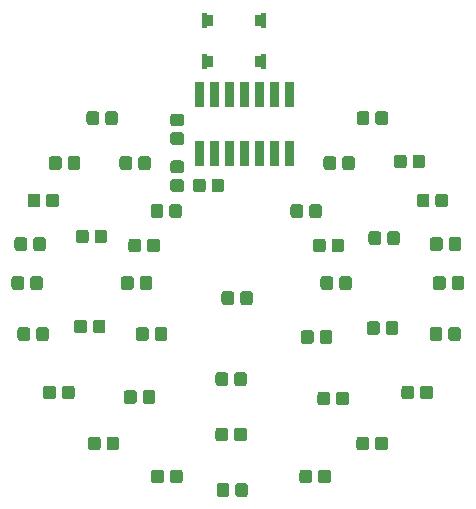
<source format=gts>
G04 #@! TF.GenerationSoftware,KiCad,Pcbnew,5.0.2-bee76a0~70~ubuntu18.04.1*
G04 #@! TF.CreationDate,2019-08-08T16:15:43+02:00*
G04 #@! TF.ProjectId,Badge (copy),42616467-6520-4286-936f-7079292e6b69,V01*
G04 #@! TF.SameCoordinates,Original*
G04 #@! TF.FileFunction,Soldermask,Top*
G04 #@! TF.FilePolarity,Negative*
%FSLAX46Y46*%
G04 Gerber Fmt 4.6, Leading zero omitted, Abs format (unit mm)*
G04 Created by KiCad (PCBNEW 5.0.2-bee76a0~70~ubuntu18.04.1) date Thu 08 Aug 2019 04:15:43 PM SAST*
%MOMM*%
%LPD*%
G01*
G04 APERTURE LIST*
%ADD10C,0.020000*%
G04 APERTURE END LIST*
D10*
G36*
X112737533Y-104457332D02*
X112783284Y-104471211D01*
X112825457Y-104493752D01*
X112862416Y-104524084D01*
X112892748Y-104561043D01*
X112915289Y-104603216D01*
X112929168Y-104648967D01*
X112934100Y-104699041D01*
X112934100Y-105358959D01*
X112929168Y-105409033D01*
X112915289Y-105454784D01*
X112892748Y-105496957D01*
X112862416Y-105533916D01*
X112825457Y-105564248D01*
X112783284Y-105586789D01*
X112737533Y-105600668D01*
X112687459Y-105605600D01*
X112102541Y-105605600D01*
X112052467Y-105600668D01*
X112006716Y-105586789D01*
X111964543Y-105564248D01*
X111927584Y-105533916D01*
X111897252Y-105496957D01*
X111874711Y-105454784D01*
X111860832Y-105409033D01*
X111855900Y-105358959D01*
X111855900Y-104699041D01*
X111860832Y-104648967D01*
X111874711Y-104603216D01*
X111897252Y-104561043D01*
X111927584Y-104524084D01*
X111964543Y-104493752D01*
X112006716Y-104471211D01*
X112052467Y-104457332D01*
X112102541Y-104452400D01*
X112687459Y-104452400D01*
X112737533Y-104457332D01*
X112737533Y-104457332D01*
G37*
G36*
X111162533Y-104457332D02*
X111208284Y-104471211D01*
X111250457Y-104493752D01*
X111287416Y-104524084D01*
X111317748Y-104561043D01*
X111340289Y-104603216D01*
X111354168Y-104648967D01*
X111359100Y-104699041D01*
X111359100Y-105358959D01*
X111354168Y-105409033D01*
X111340289Y-105454784D01*
X111317748Y-105496957D01*
X111287416Y-105533916D01*
X111250457Y-105564248D01*
X111208284Y-105586789D01*
X111162533Y-105600668D01*
X111112459Y-105605600D01*
X110527541Y-105605600D01*
X110477467Y-105600668D01*
X110431716Y-105586789D01*
X110389543Y-105564248D01*
X110352584Y-105533916D01*
X110322252Y-105496957D01*
X110299711Y-105454784D01*
X110285832Y-105409033D01*
X110280900Y-105358959D01*
X110280900Y-104699041D01*
X110285832Y-104648967D01*
X110299711Y-104603216D01*
X110322252Y-104561043D01*
X110352584Y-104524084D01*
X110389543Y-104493752D01*
X110431716Y-104471211D01*
X110477467Y-104457332D01*
X110527541Y-104452400D01*
X111112459Y-104452400D01*
X111162533Y-104457332D01*
X111162533Y-104457332D01*
G37*
G36*
X105625533Y-103314332D02*
X105671284Y-103328211D01*
X105713457Y-103350752D01*
X105750416Y-103381084D01*
X105780748Y-103418043D01*
X105803289Y-103460216D01*
X105817168Y-103505967D01*
X105822100Y-103556041D01*
X105822100Y-104215959D01*
X105817168Y-104266033D01*
X105803289Y-104311784D01*
X105780748Y-104353957D01*
X105750416Y-104390916D01*
X105713457Y-104421248D01*
X105671284Y-104443789D01*
X105625533Y-104457668D01*
X105575459Y-104462600D01*
X104990541Y-104462600D01*
X104940467Y-104457668D01*
X104894716Y-104443789D01*
X104852543Y-104421248D01*
X104815584Y-104390916D01*
X104785252Y-104353957D01*
X104762711Y-104311784D01*
X104748832Y-104266033D01*
X104743900Y-104215959D01*
X104743900Y-103556041D01*
X104748832Y-103505967D01*
X104762711Y-103460216D01*
X104785252Y-103418043D01*
X104815584Y-103381084D01*
X104852543Y-103350752D01*
X104894716Y-103328211D01*
X104940467Y-103314332D01*
X104990541Y-103309400D01*
X105575459Y-103309400D01*
X105625533Y-103314332D01*
X105625533Y-103314332D01*
G37*
G36*
X107200533Y-103314332D02*
X107246284Y-103328211D01*
X107288457Y-103350752D01*
X107325416Y-103381084D01*
X107355748Y-103418043D01*
X107378289Y-103460216D01*
X107392168Y-103505967D01*
X107397100Y-103556041D01*
X107397100Y-104215959D01*
X107392168Y-104266033D01*
X107378289Y-104311784D01*
X107355748Y-104353957D01*
X107325416Y-104390916D01*
X107288457Y-104421248D01*
X107246284Y-104443789D01*
X107200533Y-104457668D01*
X107150459Y-104462600D01*
X106565541Y-104462600D01*
X106515467Y-104457668D01*
X106469716Y-104443789D01*
X106427543Y-104421248D01*
X106390584Y-104390916D01*
X106360252Y-104353957D01*
X106337711Y-104311784D01*
X106323832Y-104266033D01*
X106318900Y-104215959D01*
X106318900Y-103556041D01*
X106323832Y-103505967D01*
X106337711Y-103460216D01*
X106360252Y-103418043D01*
X106390584Y-103381084D01*
X106427543Y-103350752D01*
X106469716Y-103328211D01*
X106515467Y-103314332D01*
X106565541Y-103309400D01*
X107150459Y-103309400D01*
X107200533Y-103314332D01*
X107200533Y-103314332D01*
G37*
G36*
X119748033Y-103314332D02*
X119793784Y-103328211D01*
X119835957Y-103350752D01*
X119872916Y-103381084D01*
X119903248Y-103418043D01*
X119925789Y-103460216D01*
X119939668Y-103505967D01*
X119944600Y-103556041D01*
X119944600Y-104215959D01*
X119939668Y-104266033D01*
X119925789Y-104311784D01*
X119903248Y-104353957D01*
X119872916Y-104390916D01*
X119835957Y-104421248D01*
X119793784Y-104443789D01*
X119748033Y-104457668D01*
X119697959Y-104462600D01*
X119113041Y-104462600D01*
X119062967Y-104457668D01*
X119017216Y-104443789D01*
X118975043Y-104421248D01*
X118938084Y-104390916D01*
X118907752Y-104353957D01*
X118885211Y-104311784D01*
X118871332Y-104266033D01*
X118866400Y-104215959D01*
X118866400Y-103556041D01*
X118871332Y-103505967D01*
X118885211Y-103460216D01*
X118907752Y-103418043D01*
X118938084Y-103381084D01*
X118975043Y-103350752D01*
X119017216Y-103328211D01*
X119062967Y-103314332D01*
X119113041Y-103309400D01*
X119697959Y-103309400D01*
X119748033Y-103314332D01*
X119748033Y-103314332D01*
G37*
G36*
X118173033Y-103314332D02*
X118218784Y-103328211D01*
X118260957Y-103350752D01*
X118297916Y-103381084D01*
X118328248Y-103418043D01*
X118350789Y-103460216D01*
X118364668Y-103505967D01*
X118369600Y-103556041D01*
X118369600Y-104215959D01*
X118364668Y-104266033D01*
X118350789Y-104311784D01*
X118328248Y-104353957D01*
X118297916Y-104390916D01*
X118260957Y-104421248D01*
X118218784Y-104443789D01*
X118173033Y-104457668D01*
X118122959Y-104462600D01*
X117538041Y-104462600D01*
X117487967Y-104457668D01*
X117442216Y-104443789D01*
X117400043Y-104421248D01*
X117363084Y-104390916D01*
X117332752Y-104353957D01*
X117310211Y-104311784D01*
X117296332Y-104266033D01*
X117291400Y-104215959D01*
X117291400Y-103556041D01*
X117296332Y-103505967D01*
X117310211Y-103460216D01*
X117332752Y-103418043D01*
X117363084Y-103381084D01*
X117400043Y-103350752D01*
X117442216Y-103328211D01*
X117487967Y-103314332D01*
X117538041Y-103309400D01*
X118122959Y-103309400D01*
X118173033Y-103314332D01*
X118173033Y-103314332D01*
G37*
G36*
X100266033Y-100520332D02*
X100311784Y-100534211D01*
X100353957Y-100556752D01*
X100390916Y-100587084D01*
X100421248Y-100624043D01*
X100443789Y-100666216D01*
X100457668Y-100711967D01*
X100462600Y-100762041D01*
X100462600Y-101421959D01*
X100457668Y-101472033D01*
X100443789Y-101517784D01*
X100421248Y-101559957D01*
X100390916Y-101596916D01*
X100353957Y-101627248D01*
X100311784Y-101649789D01*
X100266033Y-101663668D01*
X100215959Y-101668600D01*
X99631041Y-101668600D01*
X99580967Y-101663668D01*
X99535216Y-101649789D01*
X99493043Y-101627248D01*
X99456084Y-101596916D01*
X99425752Y-101559957D01*
X99403211Y-101517784D01*
X99389332Y-101472033D01*
X99384400Y-101421959D01*
X99384400Y-100762041D01*
X99389332Y-100711967D01*
X99403211Y-100666216D01*
X99425752Y-100624043D01*
X99456084Y-100587084D01*
X99493043Y-100556752D01*
X99535216Y-100534211D01*
X99580967Y-100520332D01*
X99631041Y-100515400D01*
X100215959Y-100515400D01*
X100266033Y-100520332D01*
X100266033Y-100520332D01*
G37*
G36*
X124574033Y-100520332D02*
X124619784Y-100534211D01*
X124661957Y-100556752D01*
X124698916Y-100587084D01*
X124729248Y-100624043D01*
X124751789Y-100666216D01*
X124765668Y-100711967D01*
X124770600Y-100762041D01*
X124770600Y-101421959D01*
X124765668Y-101472033D01*
X124751789Y-101517784D01*
X124729248Y-101559957D01*
X124698916Y-101596916D01*
X124661957Y-101627248D01*
X124619784Y-101649789D01*
X124574033Y-101663668D01*
X124523959Y-101668600D01*
X123939041Y-101668600D01*
X123888967Y-101663668D01*
X123843216Y-101649789D01*
X123801043Y-101627248D01*
X123764084Y-101596916D01*
X123733752Y-101559957D01*
X123711211Y-101517784D01*
X123697332Y-101472033D01*
X123692400Y-101421959D01*
X123692400Y-100762041D01*
X123697332Y-100711967D01*
X123711211Y-100666216D01*
X123733752Y-100624043D01*
X123764084Y-100587084D01*
X123801043Y-100556752D01*
X123843216Y-100534211D01*
X123888967Y-100520332D01*
X123939041Y-100515400D01*
X124523959Y-100515400D01*
X124574033Y-100520332D01*
X124574033Y-100520332D01*
G37*
G36*
X122999033Y-100520332D02*
X123044784Y-100534211D01*
X123086957Y-100556752D01*
X123123916Y-100587084D01*
X123154248Y-100624043D01*
X123176789Y-100666216D01*
X123190668Y-100711967D01*
X123195600Y-100762041D01*
X123195600Y-101421959D01*
X123190668Y-101472033D01*
X123176789Y-101517784D01*
X123154248Y-101559957D01*
X123123916Y-101596916D01*
X123086957Y-101627248D01*
X123044784Y-101649789D01*
X122999033Y-101663668D01*
X122948959Y-101668600D01*
X122364041Y-101668600D01*
X122313967Y-101663668D01*
X122268216Y-101649789D01*
X122226043Y-101627248D01*
X122189084Y-101596916D01*
X122158752Y-101559957D01*
X122136211Y-101517784D01*
X122122332Y-101472033D01*
X122117400Y-101421959D01*
X122117400Y-100762041D01*
X122122332Y-100711967D01*
X122136211Y-100666216D01*
X122158752Y-100624043D01*
X122189084Y-100587084D01*
X122226043Y-100556752D01*
X122268216Y-100534211D01*
X122313967Y-100520332D01*
X122364041Y-100515400D01*
X122948959Y-100515400D01*
X122999033Y-100520332D01*
X122999033Y-100520332D01*
G37*
G36*
X101841033Y-100520332D02*
X101886784Y-100534211D01*
X101928957Y-100556752D01*
X101965916Y-100587084D01*
X101996248Y-100624043D01*
X102018789Y-100666216D01*
X102032668Y-100711967D01*
X102037600Y-100762041D01*
X102037600Y-101421959D01*
X102032668Y-101472033D01*
X102018789Y-101517784D01*
X101996248Y-101559957D01*
X101965916Y-101596916D01*
X101928957Y-101627248D01*
X101886784Y-101649789D01*
X101841033Y-101663668D01*
X101790959Y-101668600D01*
X101206041Y-101668600D01*
X101155967Y-101663668D01*
X101110216Y-101649789D01*
X101068043Y-101627248D01*
X101031084Y-101596916D01*
X101000752Y-101559957D01*
X100978211Y-101517784D01*
X100964332Y-101472033D01*
X100959400Y-101421959D01*
X100959400Y-100762041D01*
X100964332Y-100711967D01*
X100978211Y-100666216D01*
X101000752Y-100624043D01*
X101031084Y-100587084D01*
X101068043Y-100556752D01*
X101110216Y-100534211D01*
X101155967Y-100520332D01*
X101206041Y-100515400D01*
X101790959Y-100515400D01*
X101841033Y-100520332D01*
X101841033Y-100520332D01*
G37*
G36*
X112636033Y-99758332D02*
X112681784Y-99772211D01*
X112723957Y-99794752D01*
X112760916Y-99825084D01*
X112791248Y-99862043D01*
X112813789Y-99904216D01*
X112827668Y-99949967D01*
X112832600Y-100000041D01*
X112832600Y-100659959D01*
X112827668Y-100710033D01*
X112813789Y-100755784D01*
X112791248Y-100797957D01*
X112760916Y-100834916D01*
X112723957Y-100865248D01*
X112681784Y-100887789D01*
X112636033Y-100901668D01*
X112585959Y-100906600D01*
X112001041Y-100906600D01*
X111950967Y-100901668D01*
X111905216Y-100887789D01*
X111863043Y-100865248D01*
X111826084Y-100834916D01*
X111795752Y-100797957D01*
X111773211Y-100755784D01*
X111759332Y-100710033D01*
X111754400Y-100659959D01*
X111754400Y-100000041D01*
X111759332Y-99949967D01*
X111773211Y-99904216D01*
X111795752Y-99862043D01*
X111826084Y-99825084D01*
X111863043Y-99794752D01*
X111905216Y-99772211D01*
X111950967Y-99758332D01*
X112001041Y-99753400D01*
X112585959Y-99753400D01*
X112636033Y-99758332D01*
X112636033Y-99758332D01*
G37*
G36*
X111061033Y-99758332D02*
X111106784Y-99772211D01*
X111148957Y-99794752D01*
X111185916Y-99825084D01*
X111216248Y-99862043D01*
X111238789Y-99904216D01*
X111252668Y-99949967D01*
X111257600Y-100000041D01*
X111257600Y-100659959D01*
X111252668Y-100710033D01*
X111238789Y-100755784D01*
X111216248Y-100797957D01*
X111185916Y-100834916D01*
X111148957Y-100865248D01*
X111106784Y-100887789D01*
X111061033Y-100901668D01*
X111010959Y-100906600D01*
X110426041Y-100906600D01*
X110375967Y-100901668D01*
X110330216Y-100887789D01*
X110288043Y-100865248D01*
X110251084Y-100834916D01*
X110220752Y-100797957D01*
X110198211Y-100755784D01*
X110184332Y-100710033D01*
X110179400Y-100659959D01*
X110179400Y-100000041D01*
X110184332Y-99949967D01*
X110198211Y-99904216D01*
X110220752Y-99862043D01*
X110251084Y-99825084D01*
X110288043Y-99794752D01*
X110330216Y-99772211D01*
X110375967Y-99758332D01*
X110426041Y-99753400D01*
X111010959Y-99753400D01*
X111061033Y-99758332D01*
X111061033Y-99758332D01*
G37*
G36*
X121272033Y-96710332D02*
X121317784Y-96724211D01*
X121359957Y-96746752D01*
X121396916Y-96777084D01*
X121427248Y-96814043D01*
X121449789Y-96856216D01*
X121463668Y-96901967D01*
X121468600Y-96952041D01*
X121468600Y-97611959D01*
X121463668Y-97662033D01*
X121449789Y-97707784D01*
X121427248Y-97749957D01*
X121396916Y-97786916D01*
X121359957Y-97817248D01*
X121317784Y-97839789D01*
X121272033Y-97853668D01*
X121221959Y-97858600D01*
X120637041Y-97858600D01*
X120586967Y-97853668D01*
X120541216Y-97839789D01*
X120499043Y-97817248D01*
X120462084Y-97786916D01*
X120431752Y-97749957D01*
X120409211Y-97707784D01*
X120395332Y-97662033D01*
X120390400Y-97611959D01*
X120390400Y-96952041D01*
X120395332Y-96901967D01*
X120409211Y-96856216D01*
X120431752Y-96814043D01*
X120462084Y-96777084D01*
X120499043Y-96746752D01*
X120541216Y-96724211D01*
X120586967Y-96710332D01*
X120637041Y-96705400D01*
X121221959Y-96705400D01*
X121272033Y-96710332D01*
X121272033Y-96710332D01*
G37*
G36*
X119697033Y-96710332D02*
X119742784Y-96724211D01*
X119784957Y-96746752D01*
X119821916Y-96777084D01*
X119852248Y-96814043D01*
X119874789Y-96856216D01*
X119888668Y-96901967D01*
X119893600Y-96952041D01*
X119893600Y-97611959D01*
X119888668Y-97662033D01*
X119874789Y-97707784D01*
X119852248Y-97749957D01*
X119821916Y-97786916D01*
X119784957Y-97817248D01*
X119742784Y-97839789D01*
X119697033Y-97853668D01*
X119646959Y-97858600D01*
X119062041Y-97858600D01*
X119011967Y-97853668D01*
X118966216Y-97839789D01*
X118924043Y-97817248D01*
X118887084Y-97786916D01*
X118856752Y-97749957D01*
X118834211Y-97707784D01*
X118820332Y-97662033D01*
X118815400Y-97611959D01*
X118815400Y-96952041D01*
X118820332Y-96901967D01*
X118834211Y-96856216D01*
X118856752Y-96814043D01*
X118887084Y-96777084D01*
X118924043Y-96746752D01*
X118966216Y-96724211D01*
X119011967Y-96710332D01*
X119062041Y-96705400D01*
X119646959Y-96705400D01*
X119697033Y-96710332D01*
X119697033Y-96710332D01*
G37*
G36*
X104889033Y-96583332D02*
X104934784Y-96597211D01*
X104976957Y-96619752D01*
X105013916Y-96650084D01*
X105044248Y-96687043D01*
X105066789Y-96729216D01*
X105080668Y-96774967D01*
X105085600Y-96825041D01*
X105085600Y-97484959D01*
X105080668Y-97535033D01*
X105066789Y-97580784D01*
X105044248Y-97622957D01*
X105013916Y-97659916D01*
X104976957Y-97690248D01*
X104934784Y-97712789D01*
X104889033Y-97726668D01*
X104838959Y-97731600D01*
X104254041Y-97731600D01*
X104203967Y-97726668D01*
X104158216Y-97712789D01*
X104116043Y-97690248D01*
X104079084Y-97659916D01*
X104048752Y-97622957D01*
X104026211Y-97580784D01*
X104012332Y-97535033D01*
X104007400Y-97484959D01*
X104007400Y-96825041D01*
X104012332Y-96774967D01*
X104026211Y-96729216D01*
X104048752Y-96687043D01*
X104079084Y-96650084D01*
X104116043Y-96619752D01*
X104158216Y-96597211D01*
X104203967Y-96583332D01*
X104254041Y-96578400D01*
X104838959Y-96578400D01*
X104889033Y-96583332D01*
X104889033Y-96583332D01*
G37*
G36*
X103314033Y-96583332D02*
X103359784Y-96597211D01*
X103401957Y-96619752D01*
X103438916Y-96650084D01*
X103469248Y-96687043D01*
X103491789Y-96729216D01*
X103505668Y-96774967D01*
X103510600Y-96825041D01*
X103510600Y-97484959D01*
X103505668Y-97535033D01*
X103491789Y-97580784D01*
X103469248Y-97622957D01*
X103438916Y-97659916D01*
X103401957Y-97690248D01*
X103359784Y-97712789D01*
X103314033Y-97726668D01*
X103263959Y-97731600D01*
X102679041Y-97731600D01*
X102628967Y-97726668D01*
X102583216Y-97712789D01*
X102541043Y-97690248D01*
X102504084Y-97659916D01*
X102473752Y-97622957D01*
X102451211Y-97580784D01*
X102437332Y-97535033D01*
X102432400Y-97484959D01*
X102432400Y-96825041D01*
X102437332Y-96774967D01*
X102451211Y-96729216D01*
X102473752Y-96687043D01*
X102504084Y-96650084D01*
X102541043Y-96619752D01*
X102583216Y-96597211D01*
X102628967Y-96583332D01*
X102679041Y-96578400D01*
X103263959Y-96578400D01*
X103314033Y-96583332D01*
X103314033Y-96583332D01*
G37*
G36*
X128384033Y-96202332D02*
X128429784Y-96216211D01*
X128471957Y-96238752D01*
X128508916Y-96269084D01*
X128539248Y-96306043D01*
X128561789Y-96348216D01*
X128575668Y-96393967D01*
X128580600Y-96444041D01*
X128580600Y-97103959D01*
X128575668Y-97154033D01*
X128561789Y-97199784D01*
X128539248Y-97241957D01*
X128508916Y-97278916D01*
X128471957Y-97309248D01*
X128429784Y-97331789D01*
X128384033Y-97345668D01*
X128333959Y-97350600D01*
X127749041Y-97350600D01*
X127698967Y-97345668D01*
X127653216Y-97331789D01*
X127611043Y-97309248D01*
X127574084Y-97278916D01*
X127543752Y-97241957D01*
X127521211Y-97199784D01*
X127507332Y-97154033D01*
X127502400Y-97103959D01*
X127502400Y-96444041D01*
X127507332Y-96393967D01*
X127521211Y-96348216D01*
X127543752Y-96306043D01*
X127574084Y-96269084D01*
X127611043Y-96238752D01*
X127653216Y-96216211D01*
X127698967Y-96202332D01*
X127749041Y-96197400D01*
X128333959Y-96197400D01*
X128384033Y-96202332D01*
X128384033Y-96202332D01*
G37*
G36*
X126809033Y-96202332D02*
X126854784Y-96216211D01*
X126896957Y-96238752D01*
X126933916Y-96269084D01*
X126964248Y-96306043D01*
X126986789Y-96348216D01*
X127000668Y-96393967D01*
X127005600Y-96444041D01*
X127005600Y-97103959D01*
X127000668Y-97154033D01*
X126986789Y-97199784D01*
X126964248Y-97241957D01*
X126933916Y-97278916D01*
X126896957Y-97309248D01*
X126854784Y-97331789D01*
X126809033Y-97345668D01*
X126758959Y-97350600D01*
X126174041Y-97350600D01*
X126123967Y-97345668D01*
X126078216Y-97331789D01*
X126036043Y-97309248D01*
X125999084Y-97278916D01*
X125968752Y-97241957D01*
X125946211Y-97199784D01*
X125932332Y-97154033D01*
X125927400Y-97103959D01*
X125927400Y-96444041D01*
X125932332Y-96393967D01*
X125946211Y-96348216D01*
X125968752Y-96306043D01*
X125999084Y-96269084D01*
X126036043Y-96238752D01*
X126078216Y-96216211D01*
X126123967Y-96202332D01*
X126174041Y-96197400D01*
X126758959Y-96197400D01*
X126809033Y-96202332D01*
X126809033Y-96202332D01*
G37*
G36*
X96481533Y-96202332D02*
X96527284Y-96216211D01*
X96569457Y-96238752D01*
X96606416Y-96269084D01*
X96636748Y-96306043D01*
X96659289Y-96348216D01*
X96673168Y-96393967D01*
X96678100Y-96444041D01*
X96678100Y-97103959D01*
X96673168Y-97154033D01*
X96659289Y-97199784D01*
X96636748Y-97241957D01*
X96606416Y-97278916D01*
X96569457Y-97309248D01*
X96527284Y-97331789D01*
X96481533Y-97345668D01*
X96431459Y-97350600D01*
X95846541Y-97350600D01*
X95796467Y-97345668D01*
X95750716Y-97331789D01*
X95708543Y-97309248D01*
X95671584Y-97278916D01*
X95641252Y-97241957D01*
X95618711Y-97199784D01*
X95604832Y-97154033D01*
X95599900Y-97103959D01*
X95599900Y-96444041D01*
X95604832Y-96393967D01*
X95618711Y-96348216D01*
X95641252Y-96306043D01*
X95671584Y-96269084D01*
X95708543Y-96238752D01*
X95750716Y-96216211D01*
X95796467Y-96202332D01*
X95846541Y-96197400D01*
X96431459Y-96197400D01*
X96481533Y-96202332D01*
X96481533Y-96202332D01*
G37*
G36*
X98056533Y-96202332D02*
X98102284Y-96216211D01*
X98144457Y-96238752D01*
X98181416Y-96269084D01*
X98211748Y-96306043D01*
X98234289Y-96348216D01*
X98248168Y-96393967D01*
X98253100Y-96444041D01*
X98253100Y-97103959D01*
X98248168Y-97154033D01*
X98234289Y-97199784D01*
X98211748Y-97241957D01*
X98181416Y-97278916D01*
X98144457Y-97309248D01*
X98102284Y-97331789D01*
X98056533Y-97345668D01*
X98006459Y-97350600D01*
X97421541Y-97350600D01*
X97371467Y-97345668D01*
X97325716Y-97331789D01*
X97283543Y-97309248D01*
X97246584Y-97278916D01*
X97216252Y-97241957D01*
X97193711Y-97199784D01*
X97179832Y-97154033D01*
X97174900Y-97103959D01*
X97174900Y-96444041D01*
X97179832Y-96393967D01*
X97193711Y-96348216D01*
X97216252Y-96306043D01*
X97246584Y-96269084D01*
X97283543Y-96238752D01*
X97325716Y-96216211D01*
X97371467Y-96202332D01*
X97421541Y-96197400D01*
X98006459Y-96197400D01*
X98056533Y-96202332D01*
X98056533Y-96202332D01*
G37*
G36*
X112636033Y-95059332D02*
X112681784Y-95073211D01*
X112723957Y-95095752D01*
X112760916Y-95126084D01*
X112791248Y-95163043D01*
X112813789Y-95205216D01*
X112827668Y-95250967D01*
X112832600Y-95301041D01*
X112832600Y-95960959D01*
X112827668Y-96011033D01*
X112813789Y-96056784D01*
X112791248Y-96098957D01*
X112760916Y-96135916D01*
X112723957Y-96166248D01*
X112681784Y-96188789D01*
X112636033Y-96202668D01*
X112585959Y-96207600D01*
X112001041Y-96207600D01*
X111950967Y-96202668D01*
X111905216Y-96188789D01*
X111863043Y-96166248D01*
X111826084Y-96135916D01*
X111795752Y-96098957D01*
X111773211Y-96056784D01*
X111759332Y-96011033D01*
X111754400Y-95960959D01*
X111754400Y-95301041D01*
X111759332Y-95250967D01*
X111773211Y-95205216D01*
X111795752Y-95163043D01*
X111826084Y-95126084D01*
X111863043Y-95095752D01*
X111905216Y-95073211D01*
X111950967Y-95059332D01*
X112001041Y-95054400D01*
X112585959Y-95054400D01*
X112636033Y-95059332D01*
X112636033Y-95059332D01*
G37*
G36*
X111061033Y-95059332D02*
X111106784Y-95073211D01*
X111148957Y-95095752D01*
X111185916Y-95126084D01*
X111216248Y-95163043D01*
X111238789Y-95205216D01*
X111252668Y-95250967D01*
X111257600Y-95301041D01*
X111257600Y-95960959D01*
X111252668Y-96011033D01*
X111238789Y-96056784D01*
X111216248Y-96098957D01*
X111185916Y-96135916D01*
X111148957Y-96166248D01*
X111106784Y-96188789D01*
X111061033Y-96202668D01*
X111010959Y-96207600D01*
X110426041Y-96207600D01*
X110375967Y-96202668D01*
X110330216Y-96188789D01*
X110288043Y-96166248D01*
X110251084Y-96135916D01*
X110220752Y-96098957D01*
X110198211Y-96056784D01*
X110184332Y-96011033D01*
X110179400Y-95960959D01*
X110179400Y-95301041D01*
X110184332Y-95250967D01*
X110198211Y-95205216D01*
X110220752Y-95163043D01*
X110251084Y-95126084D01*
X110288043Y-95095752D01*
X110330216Y-95073211D01*
X110375967Y-95059332D01*
X110426041Y-95054400D01*
X111010959Y-95054400D01*
X111061033Y-95059332D01*
X111061033Y-95059332D01*
G37*
G36*
X119875033Y-91503332D02*
X119920784Y-91517211D01*
X119962957Y-91539752D01*
X119999916Y-91570084D01*
X120030248Y-91607043D01*
X120052789Y-91649216D01*
X120066668Y-91694967D01*
X120071600Y-91745041D01*
X120071600Y-92404959D01*
X120066668Y-92455033D01*
X120052789Y-92500784D01*
X120030248Y-92542957D01*
X119999916Y-92579916D01*
X119962957Y-92610248D01*
X119920784Y-92632789D01*
X119875033Y-92646668D01*
X119824959Y-92651600D01*
X119240041Y-92651600D01*
X119189967Y-92646668D01*
X119144216Y-92632789D01*
X119102043Y-92610248D01*
X119065084Y-92579916D01*
X119034752Y-92542957D01*
X119012211Y-92500784D01*
X118998332Y-92455033D01*
X118993400Y-92404959D01*
X118993400Y-91745041D01*
X118998332Y-91694967D01*
X119012211Y-91649216D01*
X119034752Y-91607043D01*
X119065084Y-91570084D01*
X119102043Y-91539752D01*
X119144216Y-91517211D01*
X119189967Y-91503332D01*
X119240041Y-91498400D01*
X119824959Y-91498400D01*
X119875033Y-91503332D01*
X119875033Y-91503332D01*
G37*
G36*
X118300033Y-91503332D02*
X118345784Y-91517211D01*
X118387957Y-91539752D01*
X118424916Y-91570084D01*
X118455248Y-91607043D01*
X118477789Y-91649216D01*
X118491668Y-91694967D01*
X118496600Y-91745041D01*
X118496600Y-92404959D01*
X118491668Y-92455033D01*
X118477789Y-92500784D01*
X118455248Y-92542957D01*
X118424916Y-92579916D01*
X118387957Y-92610248D01*
X118345784Y-92632789D01*
X118300033Y-92646668D01*
X118249959Y-92651600D01*
X117665041Y-92651600D01*
X117614967Y-92646668D01*
X117569216Y-92632789D01*
X117527043Y-92610248D01*
X117490084Y-92579916D01*
X117459752Y-92542957D01*
X117437211Y-92500784D01*
X117423332Y-92455033D01*
X117418400Y-92404959D01*
X117418400Y-91745041D01*
X117423332Y-91694967D01*
X117437211Y-91649216D01*
X117459752Y-91607043D01*
X117490084Y-91570084D01*
X117527043Y-91539752D01*
X117569216Y-91517211D01*
X117614967Y-91503332D01*
X117665041Y-91498400D01*
X118249959Y-91498400D01*
X118300033Y-91503332D01*
X118300033Y-91503332D01*
G37*
G36*
X129196533Y-91249332D02*
X129242284Y-91263211D01*
X129284457Y-91285752D01*
X129321416Y-91316084D01*
X129351748Y-91353043D01*
X129374289Y-91395216D01*
X129388168Y-91440967D01*
X129393100Y-91491041D01*
X129393100Y-92150959D01*
X129388168Y-92201033D01*
X129374289Y-92246784D01*
X129351748Y-92288957D01*
X129321416Y-92325916D01*
X129284457Y-92356248D01*
X129242284Y-92378789D01*
X129196533Y-92392668D01*
X129146459Y-92397600D01*
X128561541Y-92397600D01*
X128511467Y-92392668D01*
X128465716Y-92378789D01*
X128423543Y-92356248D01*
X128386584Y-92325916D01*
X128356252Y-92288957D01*
X128333711Y-92246784D01*
X128319832Y-92201033D01*
X128314900Y-92150959D01*
X128314900Y-91491041D01*
X128319832Y-91440967D01*
X128333711Y-91395216D01*
X128356252Y-91353043D01*
X128386584Y-91316084D01*
X128423543Y-91285752D01*
X128465716Y-91263211D01*
X128511467Y-91249332D01*
X128561541Y-91244400D01*
X129146459Y-91244400D01*
X129196533Y-91249332D01*
X129196533Y-91249332D01*
G37*
G36*
X104330033Y-91249332D02*
X104375784Y-91263211D01*
X104417957Y-91285752D01*
X104454916Y-91316084D01*
X104485248Y-91353043D01*
X104507789Y-91395216D01*
X104521668Y-91440967D01*
X104526600Y-91491041D01*
X104526600Y-92150959D01*
X104521668Y-92201033D01*
X104507789Y-92246784D01*
X104485248Y-92288957D01*
X104454916Y-92325916D01*
X104417957Y-92356248D01*
X104375784Y-92378789D01*
X104330033Y-92392668D01*
X104279959Y-92397600D01*
X103695041Y-92397600D01*
X103644967Y-92392668D01*
X103599216Y-92378789D01*
X103557043Y-92356248D01*
X103520084Y-92325916D01*
X103489752Y-92288957D01*
X103467211Y-92246784D01*
X103453332Y-92201033D01*
X103448400Y-92150959D01*
X103448400Y-91491041D01*
X103453332Y-91440967D01*
X103467211Y-91395216D01*
X103489752Y-91353043D01*
X103520084Y-91316084D01*
X103557043Y-91285752D01*
X103599216Y-91263211D01*
X103644967Y-91249332D01*
X103695041Y-91244400D01*
X104279959Y-91244400D01*
X104330033Y-91249332D01*
X104330033Y-91249332D01*
G37*
G36*
X95872033Y-91249332D02*
X95917784Y-91263211D01*
X95959957Y-91285752D01*
X95996916Y-91316084D01*
X96027248Y-91353043D01*
X96049789Y-91395216D01*
X96063668Y-91440967D01*
X96068600Y-91491041D01*
X96068600Y-92150959D01*
X96063668Y-92201033D01*
X96049789Y-92246784D01*
X96027248Y-92288957D01*
X95996916Y-92325916D01*
X95959957Y-92356248D01*
X95917784Y-92378789D01*
X95872033Y-92392668D01*
X95821959Y-92397600D01*
X95237041Y-92397600D01*
X95186967Y-92392668D01*
X95141216Y-92378789D01*
X95099043Y-92356248D01*
X95062084Y-92325916D01*
X95031752Y-92288957D01*
X95009211Y-92246784D01*
X94995332Y-92201033D01*
X94990400Y-92150959D01*
X94990400Y-91491041D01*
X94995332Y-91440967D01*
X95009211Y-91395216D01*
X95031752Y-91353043D01*
X95062084Y-91316084D01*
X95099043Y-91285752D01*
X95141216Y-91263211D01*
X95186967Y-91249332D01*
X95237041Y-91244400D01*
X95821959Y-91244400D01*
X95872033Y-91249332D01*
X95872033Y-91249332D01*
G37*
G36*
X94297033Y-91249332D02*
X94342784Y-91263211D01*
X94384957Y-91285752D01*
X94421916Y-91316084D01*
X94452248Y-91353043D01*
X94474789Y-91395216D01*
X94488668Y-91440967D01*
X94493600Y-91491041D01*
X94493600Y-92150959D01*
X94488668Y-92201033D01*
X94474789Y-92246784D01*
X94452248Y-92288957D01*
X94421916Y-92325916D01*
X94384957Y-92356248D01*
X94342784Y-92378789D01*
X94297033Y-92392668D01*
X94246959Y-92397600D01*
X93662041Y-92397600D01*
X93611967Y-92392668D01*
X93566216Y-92378789D01*
X93524043Y-92356248D01*
X93487084Y-92325916D01*
X93456752Y-92288957D01*
X93434211Y-92246784D01*
X93420332Y-92201033D01*
X93415400Y-92150959D01*
X93415400Y-91491041D01*
X93420332Y-91440967D01*
X93434211Y-91395216D01*
X93456752Y-91353043D01*
X93487084Y-91316084D01*
X93524043Y-91285752D01*
X93566216Y-91263211D01*
X93611967Y-91249332D01*
X93662041Y-91244400D01*
X94246959Y-91244400D01*
X94297033Y-91249332D01*
X94297033Y-91249332D01*
G37*
G36*
X105905033Y-91249332D02*
X105950784Y-91263211D01*
X105992957Y-91285752D01*
X106029916Y-91316084D01*
X106060248Y-91353043D01*
X106082789Y-91395216D01*
X106096668Y-91440967D01*
X106101600Y-91491041D01*
X106101600Y-92150959D01*
X106096668Y-92201033D01*
X106082789Y-92246784D01*
X106060248Y-92288957D01*
X106029916Y-92325916D01*
X105992957Y-92356248D01*
X105950784Y-92378789D01*
X105905033Y-92392668D01*
X105854959Y-92397600D01*
X105270041Y-92397600D01*
X105219967Y-92392668D01*
X105174216Y-92378789D01*
X105132043Y-92356248D01*
X105095084Y-92325916D01*
X105064752Y-92288957D01*
X105042211Y-92246784D01*
X105028332Y-92201033D01*
X105023400Y-92150959D01*
X105023400Y-91491041D01*
X105028332Y-91440967D01*
X105042211Y-91395216D01*
X105064752Y-91353043D01*
X105095084Y-91316084D01*
X105132043Y-91285752D01*
X105174216Y-91263211D01*
X105219967Y-91249332D01*
X105270041Y-91244400D01*
X105854959Y-91244400D01*
X105905033Y-91249332D01*
X105905033Y-91249332D01*
G37*
G36*
X130771533Y-91249332D02*
X130817284Y-91263211D01*
X130859457Y-91285752D01*
X130896416Y-91316084D01*
X130926748Y-91353043D01*
X130949289Y-91395216D01*
X130963168Y-91440967D01*
X130968100Y-91491041D01*
X130968100Y-92150959D01*
X130963168Y-92201033D01*
X130949289Y-92246784D01*
X130926748Y-92288957D01*
X130896416Y-92325916D01*
X130859457Y-92356248D01*
X130817284Y-92378789D01*
X130771533Y-92392668D01*
X130721459Y-92397600D01*
X130136541Y-92397600D01*
X130086467Y-92392668D01*
X130040716Y-92378789D01*
X129998543Y-92356248D01*
X129961584Y-92325916D01*
X129931252Y-92288957D01*
X129908711Y-92246784D01*
X129894832Y-92201033D01*
X129889900Y-92150959D01*
X129889900Y-91491041D01*
X129894832Y-91440967D01*
X129908711Y-91395216D01*
X129931252Y-91353043D01*
X129961584Y-91316084D01*
X129998543Y-91285752D01*
X130040716Y-91263211D01*
X130086467Y-91249332D01*
X130136541Y-91244400D01*
X130721459Y-91244400D01*
X130771533Y-91249332D01*
X130771533Y-91249332D01*
G37*
G36*
X125463033Y-90741332D02*
X125508784Y-90755211D01*
X125550957Y-90777752D01*
X125587916Y-90808084D01*
X125618248Y-90845043D01*
X125640789Y-90887216D01*
X125654668Y-90932967D01*
X125659600Y-90983041D01*
X125659600Y-91642959D01*
X125654668Y-91693033D01*
X125640789Y-91738784D01*
X125618248Y-91780957D01*
X125587916Y-91817916D01*
X125550957Y-91848248D01*
X125508784Y-91870789D01*
X125463033Y-91884668D01*
X125412959Y-91889600D01*
X124828041Y-91889600D01*
X124777967Y-91884668D01*
X124732216Y-91870789D01*
X124690043Y-91848248D01*
X124653084Y-91817916D01*
X124622752Y-91780957D01*
X124600211Y-91738784D01*
X124586332Y-91693033D01*
X124581400Y-91642959D01*
X124581400Y-90983041D01*
X124586332Y-90932967D01*
X124600211Y-90887216D01*
X124622752Y-90845043D01*
X124653084Y-90808084D01*
X124690043Y-90777752D01*
X124732216Y-90755211D01*
X124777967Y-90741332D01*
X124828041Y-90736400D01*
X125412959Y-90736400D01*
X125463033Y-90741332D01*
X125463033Y-90741332D01*
G37*
G36*
X123888033Y-90741332D02*
X123933784Y-90755211D01*
X123975957Y-90777752D01*
X124012916Y-90808084D01*
X124043248Y-90845043D01*
X124065789Y-90887216D01*
X124079668Y-90932967D01*
X124084600Y-90983041D01*
X124084600Y-91642959D01*
X124079668Y-91693033D01*
X124065789Y-91738784D01*
X124043248Y-91780957D01*
X124012916Y-91817916D01*
X123975957Y-91848248D01*
X123933784Y-91870789D01*
X123888033Y-91884668D01*
X123837959Y-91889600D01*
X123253041Y-91889600D01*
X123202967Y-91884668D01*
X123157216Y-91870789D01*
X123115043Y-91848248D01*
X123078084Y-91817916D01*
X123047752Y-91780957D01*
X123025211Y-91738784D01*
X123011332Y-91693033D01*
X123006400Y-91642959D01*
X123006400Y-90983041D01*
X123011332Y-90932967D01*
X123025211Y-90887216D01*
X123047752Y-90845043D01*
X123078084Y-90808084D01*
X123115043Y-90777752D01*
X123157216Y-90755211D01*
X123202967Y-90741332D01*
X123253041Y-90736400D01*
X123837959Y-90736400D01*
X123888033Y-90741332D01*
X123888033Y-90741332D01*
G37*
G36*
X100672533Y-90614332D02*
X100718284Y-90628211D01*
X100760457Y-90650752D01*
X100797416Y-90681084D01*
X100827748Y-90718043D01*
X100850289Y-90760216D01*
X100864168Y-90805967D01*
X100869100Y-90856041D01*
X100869100Y-91515959D01*
X100864168Y-91566033D01*
X100850289Y-91611784D01*
X100827748Y-91653957D01*
X100797416Y-91690916D01*
X100760457Y-91721248D01*
X100718284Y-91743789D01*
X100672533Y-91757668D01*
X100622459Y-91762600D01*
X100037541Y-91762600D01*
X99987467Y-91757668D01*
X99941716Y-91743789D01*
X99899543Y-91721248D01*
X99862584Y-91690916D01*
X99832252Y-91653957D01*
X99809711Y-91611784D01*
X99795832Y-91566033D01*
X99790900Y-91515959D01*
X99790900Y-90856041D01*
X99795832Y-90805967D01*
X99809711Y-90760216D01*
X99832252Y-90718043D01*
X99862584Y-90681084D01*
X99899543Y-90650752D01*
X99941716Y-90628211D01*
X99987467Y-90614332D01*
X100037541Y-90609400D01*
X100622459Y-90609400D01*
X100672533Y-90614332D01*
X100672533Y-90614332D01*
G37*
G36*
X99097533Y-90614332D02*
X99143284Y-90628211D01*
X99185457Y-90650752D01*
X99222416Y-90681084D01*
X99252748Y-90718043D01*
X99275289Y-90760216D01*
X99289168Y-90805967D01*
X99294100Y-90856041D01*
X99294100Y-91515959D01*
X99289168Y-91566033D01*
X99275289Y-91611784D01*
X99252748Y-91653957D01*
X99222416Y-91690916D01*
X99185457Y-91721248D01*
X99143284Y-91743789D01*
X99097533Y-91757668D01*
X99047459Y-91762600D01*
X98462541Y-91762600D01*
X98412467Y-91757668D01*
X98366716Y-91743789D01*
X98324543Y-91721248D01*
X98287584Y-91690916D01*
X98257252Y-91653957D01*
X98234711Y-91611784D01*
X98220832Y-91566033D01*
X98215900Y-91515959D01*
X98215900Y-90856041D01*
X98220832Y-90805967D01*
X98234711Y-90760216D01*
X98257252Y-90718043D01*
X98287584Y-90681084D01*
X98324543Y-90650752D01*
X98366716Y-90628211D01*
X98412467Y-90614332D01*
X98462541Y-90609400D01*
X99047459Y-90609400D01*
X99097533Y-90614332D01*
X99097533Y-90614332D01*
G37*
G36*
X111569033Y-88201332D02*
X111614784Y-88215211D01*
X111656957Y-88237752D01*
X111693916Y-88268084D01*
X111724248Y-88305043D01*
X111746789Y-88347216D01*
X111760668Y-88392967D01*
X111765600Y-88443041D01*
X111765600Y-89102959D01*
X111760668Y-89153033D01*
X111746789Y-89198784D01*
X111724248Y-89240957D01*
X111693916Y-89277916D01*
X111656957Y-89308248D01*
X111614784Y-89330789D01*
X111569033Y-89344668D01*
X111518959Y-89349600D01*
X110934041Y-89349600D01*
X110883967Y-89344668D01*
X110838216Y-89330789D01*
X110796043Y-89308248D01*
X110759084Y-89277916D01*
X110728752Y-89240957D01*
X110706211Y-89198784D01*
X110692332Y-89153033D01*
X110687400Y-89102959D01*
X110687400Y-88443041D01*
X110692332Y-88392967D01*
X110706211Y-88347216D01*
X110728752Y-88305043D01*
X110759084Y-88268084D01*
X110796043Y-88237752D01*
X110838216Y-88215211D01*
X110883967Y-88201332D01*
X110934041Y-88196400D01*
X111518959Y-88196400D01*
X111569033Y-88201332D01*
X111569033Y-88201332D01*
G37*
G36*
X113144033Y-88201332D02*
X113189784Y-88215211D01*
X113231957Y-88237752D01*
X113268916Y-88268084D01*
X113299248Y-88305043D01*
X113321789Y-88347216D01*
X113335668Y-88392967D01*
X113340600Y-88443041D01*
X113340600Y-89102959D01*
X113335668Y-89153033D01*
X113321789Y-89198784D01*
X113299248Y-89240957D01*
X113268916Y-89277916D01*
X113231957Y-89308248D01*
X113189784Y-89330789D01*
X113144033Y-89344668D01*
X113093959Y-89349600D01*
X112509041Y-89349600D01*
X112458967Y-89344668D01*
X112413216Y-89330789D01*
X112371043Y-89308248D01*
X112334084Y-89277916D01*
X112303752Y-89240957D01*
X112281211Y-89198784D01*
X112267332Y-89153033D01*
X112262400Y-89102959D01*
X112262400Y-88443041D01*
X112267332Y-88392967D01*
X112281211Y-88347216D01*
X112303752Y-88305043D01*
X112334084Y-88268084D01*
X112371043Y-88237752D01*
X112413216Y-88215211D01*
X112458967Y-88201332D01*
X112509041Y-88196400D01*
X113093959Y-88196400D01*
X113144033Y-88201332D01*
X113144033Y-88201332D01*
G37*
G36*
X119951033Y-86931332D02*
X119996784Y-86945211D01*
X120038957Y-86967752D01*
X120075916Y-86998084D01*
X120106248Y-87035043D01*
X120128789Y-87077216D01*
X120142668Y-87122967D01*
X120147600Y-87173041D01*
X120147600Y-87832959D01*
X120142668Y-87883033D01*
X120128789Y-87928784D01*
X120106248Y-87970957D01*
X120075916Y-88007916D01*
X120038957Y-88038248D01*
X119996784Y-88060789D01*
X119951033Y-88074668D01*
X119900959Y-88079600D01*
X119316041Y-88079600D01*
X119265967Y-88074668D01*
X119220216Y-88060789D01*
X119178043Y-88038248D01*
X119141084Y-88007916D01*
X119110752Y-87970957D01*
X119088211Y-87928784D01*
X119074332Y-87883033D01*
X119069400Y-87832959D01*
X119069400Y-87173041D01*
X119074332Y-87122967D01*
X119088211Y-87077216D01*
X119110752Y-87035043D01*
X119141084Y-86998084D01*
X119178043Y-86967752D01*
X119220216Y-86945211D01*
X119265967Y-86931332D01*
X119316041Y-86926400D01*
X119900959Y-86926400D01*
X119951033Y-86931332D01*
X119951033Y-86931332D01*
G37*
G36*
X121526033Y-86931332D02*
X121571784Y-86945211D01*
X121613957Y-86967752D01*
X121650916Y-86998084D01*
X121681248Y-87035043D01*
X121703789Y-87077216D01*
X121717668Y-87122967D01*
X121722600Y-87173041D01*
X121722600Y-87832959D01*
X121717668Y-87883033D01*
X121703789Y-87928784D01*
X121681248Y-87970957D01*
X121650916Y-88007916D01*
X121613957Y-88038248D01*
X121571784Y-88060789D01*
X121526033Y-88074668D01*
X121475959Y-88079600D01*
X120891041Y-88079600D01*
X120840967Y-88074668D01*
X120795216Y-88060789D01*
X120753043Y-88038248D01*
X120716084Y-88007916D01*
X120685752Y-87970957D01*
X120663211Y-87928784D01*
X120649332Y-87883033D01*
X120644400Y-87832959D01*
X120644400Y-87173041D01*
X120649332Y-87122967D01*
X120663211Y-87077216D01*
X120685752Y-87035043D01*
X120716084Y-86998084D01*
X120753043Y-86967752D01*
X120795216Y-86945211D01*
X120840967Y-86931332D01*
X120891041Y-86926400D01*
X121475959Y-86926400D01*
X121526033Y-86931332D01*
X121526033Y-86931332D01*
G37*
G36*
X104635033Y-86931332D02*
X104680784Y-86945211D01*
X104722957Y-86967752D01*
X104759916Y-86998084D01*
X104790248Y-87035043D01*
X104812789Y-87077216D01*
X104826668Y-87122967D01*
X104831600Y-87173041D01*
X104831600Y-87832959D01*
X104826668Y-87883033D01*
X104812789Y-87928784D01*
X104790248Y-87970957D01*
X104759916Y-88007916D01*
X104722957Y-88038248D01*
X104680784Y-88060789D01*
X104635033Y-88074668D01*
X104584959Y-88079600D01*
X104000041Y-88079600D01*
X103949967Y-88074668D01*
X103904216Y-88060789D01*
X103862043Y-88038248D01*
X103825084Y-88007916D01*
X103794752Y-87970957D01*
X103772211Y-87928784D01*
X103758332Y-87883033D01*
X103753400Y-87832959D01*
X103753400Y-87173041D01*
X103758332Y-87122967D01*
X103772211Y-87077216D01*
X103794752Y-87035043D01*
X103825084Y-86998084D01*
X103862043Y-86967752D01*
X103904216Y-86945211D01*
X103949967Y-86931332D01*
X104000041Y-86926400D01*
X104584959Y-86926400D01*
X104635033Y-86931332D01*
X104635033Y-86931332D01*
G37*
G36*
X103060033Y-86931332D02*
X103105784Y-86945211D01*
X103147957Y-86967752D01*
X103184916Y-86998084D01*
X103215248Y-87035043D01*
X103237789Y-87077216D01*
X103251668Y-87122967D01*
X103256600Y-87173041D01*
X103256600Y-87832959D01*
X103251668Y-87883033D01*
X103237789Y-87928784D01*
X103215248Y-87970957D01*
X103184916Y-88007916D01*
X103147957Y-88038248D01*
X103105784Y-88060789D01*
X103060033Y-88074668D01*
X103009959Y-88079600D01*
X102425041Y-88079600D01*
X102374967Y-88074668D01*
X102329216Y-88060789D01*
X102287043Y-88038248D01*
X102250084Y-88007916D01*
X102219752Y-87970957D01*
X102197211Y-87928784D01*
X102183332Y-87883033D01*
X102178400Y-87832959D01*
X102178400Y-87173041D01*
X102183332Y-87122967D01*
X102197211Y-87077216D01*
X102219752Y-87035043D01*
X102250084Y-86998084D01*
X102287043Y-86967752D01*
X102329216Y-86945211D01*
X102374967Y-86931332D01*
X102425041Y-86926400D01*
X103009959Y-86926400D01*
X103060033Y-86931332D01*
X103060033Y-86931332D01*
G37*
G36*
X131051033Y-86931332D02*
X131096784Y-86945211D01*
X131138957Y-86967752D01*
X131175916Y-86998084D01*
X131206248Y-87035043D01*
X131228789Y-87077216D01*
X131242668Y-87122967D01*
X131247600Y-87173041D01*
X131247600Y-87832959D01*
X131242668Y-87883033D01*
X131228789Y-87928784D01*
X131206248Y-87970957D01*
X131175916Y-88007916D01*
X131138957Y-88038248D01*
X131096784Y-88060789D01*
X131051033Y-88074668D01*
X131000959Y-88079600D01*
X130416041Y-88079600D01*
X130365967Y-88074668D01*
X130320216Y-88060789D01*
X130278043Y-88038248D01*
X130241084Y-88007916D01*
X130210752Y-87970957D01*
X130188211Y-87928784D01*
X130174332Y-87883033D01*
X130169400Y-87832959D01*
X130169400Y-87173041D01*
X130174332Y-87122967D01*
X130188211Y-87077216D01*
X130210752Y-87035043D01*
X130241084Y-86998084D01*
X130278043Y-86967752D01*
X130320216Y-86945211D01*
X130365967Y-86931332D01*
X130416041Y-86926400D01*
X131000959Y-86926400D01*
X131051033Y-86931332D01*
X131051033Y-86931332D01*
G37*
G36*
X129476033Y-86931332D02*
X129521784Y-86945211D01*
X129563957Y-86967752D01*
X129600916Y-86998084D01*
X129631248Y-87035043D01*
X129653789Y-87077216D01*
X129667668Y-87122967D01*
X129672600Y-87173041D01*
X129672600Y-87832959D01*
X129667668Y-87883033D01*
X129653789Y-87928784D01*
X129631248Y-87970957D01*
X129600916Y-88007916D01*
X129563957Y-88038248D01*
X129521784Y-88060789D01*
X129476033Y-88074668D01*
X129425959Y-88079600D01*
X128841041Y-88079600D01*
X128790967Y-88074668D01*
X128745216Y-88060789D01*
X128703043Y-88038248D01*
X128666084Y-88007916D01*
X128635752Y-87970957D01*
X128613211Y-87928784D01*
X128599332Y-87883033D01*
X128594400Y-87832959D01*
X128594400Y-87173041D01*
X128599332Y-87122967D01*
X128613211Y-87077216D01*
X128635752Y-87035043D01*
X128666084Y-86998084D01*
X128703043Y-86967752D01*
X128745216Y-86945211D01*
X128790967Y-86931332D01*
X128841041Y-86926400D01*
X129425959Y-86926400D01*
X129476033Y-86931332D01*
X129476033Y-86931332D01*
G37*
G36*
X95364033Y-86931332D02*
X95409784Y-86945211D01*
X95451957Y-86967752D01*
X95488916Y-86998084D01*
X95519248Y-87035043D01*
X95541789Y-87077216D01*
X95555668Y-87122967D01*
X95560600Y-87173041D01*
X95560600Y-87832959D01*
X95555668Y-87883033D01*
X95541789Y-87928784D01*
X95519248Y-87970957D01*
X95488916Y-88007916D01*
X95451957Y-88038248D01*
X95409784Y-88060789D01*
X95364033Y-88074668D01*
X95313959Y-88079600D01*
X94729041Y-88079600D01*
X94678967Y-88074668D01*
X94633216Y-88060789D01*
X94591043Y-88038248D01*
X94554084Y-88007916D01*
X94523752Y-87970957D01*
X94501211Y-87928784D01*
X94487332Y-87883033D01*
X94482400Y-87832959D01*
X94482400Y-87173041D01*
X94487332Y-87122967D01*
X94501211Y-87077216D01*
X94523752Y-87035043D01*
X94554084Y-86998084D01*
X94591043Y-86967752D01*
X94633216Y-86945211D01*
X94678967Y-86931332D01*
X94729041Y-86926400D01*
X95313959Y-86926400D01*
X95364033Y-86931332D01*
X95364033Y-86931332D01*
G37*
G36*
X93789033Y-86931332D02*
X93834784Y-86945211D01*
X93876957Y-86967752D01*
X93913916Y-86998084D01*
X93944248Y-87035043D01*
X93966789Y-87077216D01*
X93980668Y-87122967D01*
X93985600Y-87173041D01*
X93985600Y-87832959D01*
X93980668Y-87883033D01*
X93966789Y-87928784D01*
X93944248Y-87970957D01*
X93913916Y-88007916D01*
X93876957Y-88038248D01*
X93834784Y-88060789D01*
X93789033Y-88074668D01*
X93738959Y-88079600D01*
X93154041Y-88079600D01*
X93103967Y-88074668D01*
X93058216Y-88060789D01*
X93016043Y-88038248D01*
X92979084Y-88007916D01*
X92948752Y-87970957D01*
X92926211Y-87928784D01*
X92912332Y-87883033D01*
X92907400Y-87832959D01*
X92907400Y-87173041D01*
X92912332Y-87122967D01*
X92926211Y-87077216D01*
X92948752Y-87035043D01*
X92979084Y-86998084D01*
X93016043Y-86967752D01*
X93058216Y-86945211D01*
X93103967Y-86931332D01*
X93154041Y-86926400D01*
X93738959Y-86926400D01*
X93789033Y-86931332D01*
X93789033Y-86931332D01*
G37*
G36*
X120891033Y-83756332D02*
X120936784Y-83770211D01*
X120978957Y-83792752D01*
X121015916Y-83823084D01*
X121046248Y-83860043D01*
X121068789Y-83902216D01*
X121082668Y-83947967D01*
X121087600Y-83998041D01*
X121087600Y-84657959D01*
X121082668Y-84708033D01*
X121068789Y-84753784D01*
X121046248Y-84795957D01*
X121015916Y-84832916D01*
X120978957Y-84863248D01*
X120936784Y-84885789D01*
X120891033Y-84899668D01*
X120840959Y-84904600D01*
X120256041Y-84904600D01*
X120205967Y-84899668D01*
X120160216Y-84885789D01*
X120118043Y-84863248D01*
X120081084Y-84832916D01*
X120050752Y-84795957D01*
X120028211Y-84753784D01*
X120014332Y-84708033D01*
X120009400Y-84657959D01*
X120009400Y-83998041D01*
X120014332Y-83947967D01*
X120028211Y-83902216D01*
X120050752Y-83860043D01*
X120081084Y-83823084D01*
X120118043Y-83792752D01*
X120160216Y-83770211D01*
X120205967Y-83756332D01*
X120256041Y-83751400D01*
X120840959Y-83751400D01*
X120891033Y-83756332D01*
X120891033Y-83756332D01*
G37*
G36*
X119316033Y-83756332D02*
X119361784Y-83770211D01*
X119403957Y-83792752D01*
X119440916Y-83823084D01*
X119471248Y-83860043D01*
X119493789Y-83902216D01*
X119507668Y-83947967D01*
X119512600Y-83998041D01*
X119512600Y-84657959D01*
X119507668Y-84708033D01*
X119493789Y-84753784D01*
X119471248Y-84795957D01*
X119440916Y-84832916D01*
X119403957Y-84863248D01*
X119361784Y-84885789D01*
X119316033Y-84899668D01*
X119265959Y-84904600D01*
X118681041Y-84904600D01*
X118630967Y-84899668D01*
X118585216Y-84885789D01*
X118543043Y-84863248D01*
X118506084Y-84832916D01*
X118475752Y-84795957D01*
X118453211Y-84753784D01*
X118439332Y-84708033D01*
X118434400Y-84657959D01*
X118434400Y-83998041D01*
X118439332Y-83947967D01*
X118453211Y-83902216D01*
X118475752Y-83860043D01*
X118506084Y-83823084D01*
X118543043Y-83792752D01*
X118585216Y-83770211D01*
X118630967Y-83756332D01*
X118681041Y-83751400D01*
X119265959Y-83751400D01*
X119316033Y-83756332D01*
X119316033Y-83756332D01*
G37*
G36*
X105270033Y-83756332D02*
X105315784Y-83770211D01*
X105357957Y-83792752D01*
X105394916Y-83823084D01*
X105425248Y-83860043D01*
X105447789Y-83902216D01*
X105461668Y-83947967D01*
X105466600Y-83998041D01*
X105466600Y-84657959D01*
X105461668Y-84708033D01*
X105447789Y-84753784D01*
X105425248Y-84795957D01*
X105394916Y-84832916D01*
X105357957Y-84863248D01*
X105315784Y-84885789D01*
X105270033Y-84899668D01*
X105219959Y-84904600D01*
X104635041Y-84904600D01*
X104584967Y-84899668D01*
X104539216Y-84885789D01*
X104497043Y-84863248D01*
X104460084Y-84832916D01*
X104429752Y-84795957D01*
X104407211Y-84753784D01*
X104393332Y-84708033D01*
X104388400Y-84657959D01*
X104388400Y-83998041D01*
X104393332Y-83947967D01*
X104407211Y-83902216D01*
X104429752Y-83860043D01*
X104460084Y-83823084D01*
X104497043Y-83792752D01*
X104539216Y-83770211D01*
X104584967Y-83756332D01*
X104635041Y-83751400D01*
X105219959Y-83751400D01*
X105270033Y-83756332D01*
X105270033Y-83756332D01*
G37*
G36*
X103695033Y-83756332D02*
X103740784Y-83770211D01*
X103782957Y-83792752D01*
X103819916Y-83823084D01*
X103850248Y-83860043D01*
X103872789Y-83902216D01*
X103886668Y-83947967D01*
X103891600Y-83998041D01*
X103891600Y-84657959D01*
X103886668Y-84708033D01*
X103872789Y-84753784D01*
X103850248Y-84795957D01*
X103819916Y-84832916D01*
X103782957Y-84863248D01*
X103740784Y-84885789D01*
X103695033Y-84899668D01*
X103644959Y-84904600D01*
X103060041Y-84904600D01*
X103009967Y-84899668D01*
X102964216Y-84885789D01*
X102922043Y-84863248D01*
X102885084Y-84832916D01*
X102854752Y-84795957D01*
X102832211Y-84753784D01*
X102818332Y-84708033D01*
X102813400Y-84657959D01*
X102813400Y-83998041D01*
X102818332Y-83947967D01*
X102832211Y-83902216D01*
X102854752Y-83860043D01*
X102885084Y-83823084D01*
X102922043Y-83792752D01*
X102964216Y-83770211D01*
X103009967Y-83756332D01*
X103060041Y-83751400D01*
X103644959Y-83751400D01*
X103695033Y-83756332D01*
X103695033Y-83756332D01*
G37*
G36*
X94043033Y-83629332D02*
X94088784Y-83643211D01*
X94130957Y-83665752D01*
X94167916Y-83696084D01*
X94198248Y-83733043D01*
X94220789Y-83775216D01*
X94234668Y-83820967D01*
X94239600Y-83871041D01*
X94239600Y-84530959D01*
X94234668Y-84581033D01*
X94220789Y-84626784D01*
X94198248Y-84668957D01*
X94167916Y-84705916D01*
X94130957Y-84736248D01*
X94088784Y-84758789D01*
X94043033Y-84772668D01*
X93992959Y-84777600D01*
X93408041Y-84777600D01*
X93357967Y-84772668D01*
X93312216Y-84758789D01*
X93270043Y-84736248D01*
X93233084Y-84705916D01*
X93202752Y-84668957D01*
X93180211Y-84626784D01*
X93166332Y-84581033D01*
X93161400Y-84530959D01*
X93161400Y-83871041D01*
X93166332Y-83820967D01*
X93180211Y-83775216D01*
X93202752Y-83733043D01*
X93233084Y-83696084D01*
X93270043Y-83665752D01*
X93312216Y-83643211D01*
X93357967Y-83629332D01*
X93408041Y-83624400D01*
X93992959Y-83624400D01*
X94043033Y-83629332D01*
X94043033Y-83629332D01*
G37*
G36*
X129222033Y-83629332D02*
X129267784Y-83643211D01*
X129309957Y-83665752D01*
X129346916Y-83696084D01*
X129377248Y-83733043D01*
X129399789Y-83775216D01*
X129413668Y-83820967D01*
X129418600Y-83871041D01*
X129418600Y-84530959D01*
X129413668Y-84581033D01*
X129399789Y-84626784D01*
X129377248Y-84668957D01*
X129346916Y-84705916D01*
X129309957Y-84736248D01*
X129267784Y-84758789D01*
X129222033Y-84772668D01*
X129171959Y-84777600D01*
X128587041Y-84777600D01*
X128536967Y-84772668D01*
X128491216Y-84758789D01*
X128449043Y-84736248D01*
X128412084Y-84705916D01*
X128381752Y-84668957D01*
X128359211Y-84626784D01*
X128345332Y-84581033D01*
X128340400Y-84530959D01*
X128340400Y-83871041D01*
X128345332Y-83820967D01*
X128359211Y-83775216D01*
X128381752Y-83733043D01*
X128412084Y-83696084D01*
X128449043Y-83665752D01*
X128491216Y-83643211D01*
X128536967Y-83629332D01*
X128587041Y-83624400D01*
X129171959Y-83624400D01*
X129222033Y-83629332D01*
X129222033Y-83629332D01*
G37*
G36*
X95618033Y-83629332D02*
X95663784Y-83643211D01*
X95705957Y-83665752D01*
X95742916Y-83696084D01*
X95773248Y-83733043D01*
X95795789Y-83775216D01*
X95809668Y-83820967D01*
X95814600Y-83871041D01*
X95814600Y-84530959D01*
X95809668Y-84581033D01*
X95795789Y-84626784D01*
X95773248Y-84668957D01*
X95742916Y-84705916D01*
X95705957Y-84736248D01*
X95663784Y-84758789D01*
X95618033Y-84772668D01*
X95567959Y-84777600D01*
X94983041Y-84777600D01*
X94932967Y-84772668D01*
X94887216Y-84758789D01*
X94845043Y-84736248D01*
X94808084Y-84705916D01*
X94777752Y-84668957D01*
X94755211Y-84626784D01*
X94741332Y-84581033D01*
X94736400Y-84530959D01*
X94736400Y-83871041D01*
X94741332Y-83820967D01*
X94755211Y-83775216D01*
X94777752Y-83733043D01*
X94808084Y-83696084D01*
X94845043Y-83665752D01*
X94887216Y-83643211D01*
X94932967Y-83629332D01*
X94983041Y-83624400D01*
X95567959Y-83624400D01*
X95618033Y-83629332D01*
X95618033Y-83629332D01*
G37*
G36*
X130797033Y-83629332D02*
X130842784Y-83643211D01*
X130884957Y-83665752D01*
X130921916Y-83696084D01*
X130952248Y-83733043D01*
X130974789Y-83775216D01*
X130988668Y-83820967D01*
X130993600Y-83871041D01*
X130993600Y-84530959D01*
X130988668Y-84581033D01*
X130974789Y-84626784D01*
X130952248Y-84668957D01*
X130921916Y-84705916D01*
X130884957Y-84736248D01*
X130842784Y-84758789D01*
X130797033Y-84772668D01*
X130746959Y-84777600D01*
X130162041Y-84777600D01*
X130111967Y-84772668D01*
X130066216Y-84758789D01*
X130024043Y-84736248D01*
X129987084Y-84705916D01*
X129956752Y-84668957D01*
X129934211Y-84626784D01*
X129920332Y-84581033D01*
X129915400Y-84530959D01*
X129915400Y-83871041D01*
X129920332Y-83820967D01*
X129934211Y-83775216D01*
X129956752Y-83733043D01*
X129987084Y-83696084D01*
X130024043Y-83665752D01*
X130066216Y-83643211D01*
X130111967Y-83629332D01*
X130162041Y-83624400D01*
X130746959Y-83624400D01*
X130797033Y-83629332D01*
X130797033Y-83629332D01*
G37*
G36*
X124015033Y-83121332D02*
X124060784Y-83135211D01*
X124102957Y-83157752D01*
X124139916Y-83188084D01*
X124170248Y-83225043D01*
X124192789Y-83267216D01*
X124206668Y-83312967D01*
X124211600Y-83363041D01*
X124211600Y-84022959D01*
X124206668Y-84073033D01*
X124192789Y-84118784D01*
X124170248Y-84160957D01*
X124139916Y-84197916D01*
X124102957Y-84228248D01*
X124060784Y-84250789D01*
X124015033Y-84264668D01*
X123964959Y-84269600D01*
X123380041Y-84269600D01*
X123329967Y-84264668D01*
X123284216Y-84250789D01*
X123242043Y-84228248D01*
X123205084Y-84197916D01*
X123174752Y-84160957D01*
X123152211Y-84118784D01*
X123138332Y-84073033D01*
X123133400Y-84022959D01*
X123133400Y-83363041D01*
X123138332Y-83312967D01*
X123152211Y-83267216D01*
X123174752Y-83225043D01*
X123205084Y-83188084D01*
X123242043Y-83157752D01*
X123284216Y-83135211D01*
X123329967Y-83121332D01*
X123380041Y-83116400D01*
X123964959Y-83116400D01*
X124015033Y-83121332D01*
X124015033Y-83121332D01*
G37*
G36*
X125590033Y-83121332D02*
X125635784Y-83135211D01*
X125677957Y-83157752D01*
X125714916Y-83188084D01*
X125745248Y-83225043D01*
X125767789Y-83267216D01*
X125781668Y-83312967D01*
X125786600Y-83363041D01*
X125786600Y-84022959D01*
X125781668Y-84073033D01*
X125767789Y-84118784D01*
X125745248Y-84160957D01*
X125714916Y-84197916D01*
X125677957Y-84228248D01*
X125635784Y-84250789D01*
X125590033Y-84264668D01*
X125539959Y-84269600D01*
X124955041Y-84269600D01*
X124904967Y-84264668D01*
X124859216Y-84250789D01*
X124817043Y-84228248D01*
X124780084Y-84197916D01*
X124749752Y-84160957D01*
X124727211Y-84118784D01*
X124713332Y-84073033D01*
X124708400Y-84022959D01*
X124708400Y-83363041D01*
X124713332Y-83312967D01*
X124727211Y-83267216D01*
X124749752Y-83225043D01*
X124780084Y-83188084D01*
X124817043Y-83157752D01*
X124859216Y-83135211D01*
X124904967Y-83121332D01*
X124955041Y-83116400D01*
X125539959Y-83116400D01*
X125590033Y-83121332D01*
X125590033Y-83121332D01*
G37*
G36*
X99250033Y-82994332D02*
X99295784Y-83008211D01*
X99337957Y-83030752D01*
X99374916Y-83061084D01*
X99405248Y-83098043D01*
X99427789Y-83140216D01*
X99441668Y-83185967D01*
X99446600Y-83236041D01*
X99446600Y-83895959D01*
X99441668Y-83946033D01*
X99427789Y-83991784D01*
X99405248Y-84033957D01*
X99374916Y-84070916D01*
X99337957Y-84101248D01*
X99295784Y-84123789D01*
X99250033Y-84137668D01*
X99199959Y-84142600D01*
X98615041Y-84142600D01*
X98564967Y-84137668D01*
X98519216Y-84123789D01*
X98477043Y-84101248D01*
X98440084Y-84070916D01*
X98409752Y-84033957D01*
X98387211Y-83991784D01*
X98373332Y-83946033D01*
X98368400Y-83895959D01*
X98368400Y-83236041D01*
X98373332Y-83185967D01*
X98387211Y-83140216D01*
X98409752Y-83098043D01*
X98440084Y-83061084D01*
X98477043Y-83030752D01*
X98519216Y-83008211D01*
X98564967Y-82994332D01*
X98615041Y-82989400D01*
X99199959Y-82989400D01*
X99250033Y-82994332D01*
X99250033Y-82994332D01*
G37*
G36*
X100825033Y-82994332D02*
X100870784Y-83008211D01*
X100912957Y-83030752D01*
X100949916Y-83061084D01*
X100980248Y-83098043D01*
X101002789Y-83140216D01*
X101016668Y-83185967D01*
X101021600Y-83236041D01*
X101021600Y-83895959D01*
X101016668Y-83946033D01*
X101002789Y-83991784D01*
X100980248Y-84033957D01*
X100949916Y-84070916D01*
X100912957Y-84101248D01*
X100870784Y-84123789D01*
X100825033Y-84137668D01*
X100774959Y-84142600D01*
X100190041Y-84142600D01*
X100139967Y-84137668D01*
X100094216Y-84123789D01*
X100052043Y-84101248D01*
X100015084Y-84070916D01*
X99984752Y-84033957D01*
X99962211Y-83991784D01*
X99948332Y-83946033D01*
X99943400Y-83895959D01*
X99943400Y-83236041D01*
X99948332Y-83185967D01*
X99962211Y-83140216D01*
X99984752Y-83098043D01*
X100015084Y-83061084D01*
X100052043Y-83030752D01*
X100094216Y-83008211D01*
X100139967Y-82994332D01*
X100190041Y-82989400D01*
X100774959Y-82989400D01*
X100825033Y-82994332D01*
X100825033Y-82994332D01*
G37*
G36*
X117411033Y-80835332D02*
X117456784Y-80849211D01*
X117498957Y-80871752D01*
X117535916Y-80902084D01*
X117566248Y-80939043D01*
X117588789Y-80981216D01*
X117602668Y-81026967D01*
X117607600Y-81077041D01*
X117607600Y-81736959D01*
X117602668Y-81787033D01*
X117588789Y-81832784D01*
X117566248Y-81874957D01*
X117535916Y-81911916D01*
X117498957Y-81942248D01*
X117456784Y-81964789D01*
X117411033Y-81978668D01*
X117360959Y-81983600D01*
X116776041Y-81983600D01*
X116725967Y-81978668D01*
X116680216Y-81964789D01*
X116638043Y-81942248D01*
X116601084Y-81911916D01*
X116570752Y-81874957D01*
X116548211Y-81832784D01*
X116534332Y-81787033D01*
X116529400Y-81736959D01*
X116529400Y-81077041D01*
X116534332Y-81026967D01*
X116548211Y-80981216D01*
X116570752Y-80939043D01*
X116601084Y-80902084D01*
X116638043Y-80871752D01*
X116680216Y-80849211D01*
X116725967Y-80835332D01*
X116776041Y-80830400D01*
X117360959Y-80830400D01*
X117411033Y-80835332D01*
X117411033Y-80835332D01*
G37*
G36*
X118986033Y-80835332D02*
X119031784Y-80849211D01*
X119073957Y-80871752D01*
X119110916Y-80902084D01*
X119141248Y-80939043D01*
X119163789Y-80981216D01*
X119177668Y-81026967D01*
X119182600Y-81077041D01*
X119182600Y-81736959D01*
X119177668Y-81787033D01*
X119163789Y-81832784D01*
X119141248Y-81874957D01*
X119110916Y-81911916D01*
X119073957Y-81942248D01*
X119031784Y-81964789D01*
X118986033Y-81978668D01*
X118935959Y-81983600D01*
X118351041Y-81983600D01*
X118300967Y-81978668D01*
X118255216Y-81964789D01*
X118213043Y-81942248D01*
X118176084Y-81911916D01*
X118145752Y-81874957D01*
X118123211Y-81832784D01*
X118109332Y-81787033D01*
X118104400Y-81736959D01*
X118104400Y-81077041D01*
X118109332Y-81026967D01*
X118123211Y-80981216D01*
X118145752Y-80939043D01*
X118176084Y-80902084D01*
X118213043Y-80871752D01*
X118255216Y-80849211D01*
X118300967Y-80835332D01*
X118351041Y-80830400D01*
X118935959Y-80830400D01*
X118986033Y-80835332D01*
X118986033Y-80835332D01*
G37*
G36*
X107149533Y-80835332D02*
X107195284Y-80849211D01*
X107237457Y-80871752D01*
X107274416Y-80902084D01*
X107304748Y-80939043D01*
X107327289Y-80981216D01*
X107341168Y-81026967D01*
X107346100Y-81077041D01*
X107346100Y-81736959D01*
X107341168Y-81787033D01*
X107327289Y-81832784D01*
X107304748Y-81874957D01*
X107274416Y-81911916D01*
X107237457Y-81942248D01*
X107195284Y-81964789D01*
X107149533Y-81978668D01*
X107099459Y-81983600D01*
X106514541Y-81983600D01*
X106464467Y-81978668D01*
X106418716Y-81964789D01*
X106376543Y-81942248D01*
X106339584Y-81911916D01*
X106309252Y-81874957D01*
X106286711Y-81832784D01*
X106272832Y-81787033D01*
X106267900Y-81736959D01*
X106267900Y-81077041D01*
X106272832Y-81026967D01*
X106286711Y-80981216D01*
X106309252Y-80939043D01*
X106339584Y-80902084D01*
X106376543Y-80871752D01*
X106418716Y-80849211D01*
X106464467Y-80835332D01*
X106514541Y-80830400D01*
X107099459Y-80830400D01*
X107149533Y-80835332D01*
X107149533Y-80835332D01*
G37*
G36*
X105574533Y-80835332D02*
X105620284Y-80849211D01*
X105662457Y-80871752D01*
X105699416Y-80902084D01*
X105729748Y-80939043D01*
X105752289Y-80981216D01*
X105766168Y-81026967D01*
X105771100Y-81077041D01*
X105771100Y-81736959D01*
X105766168Y-81787033D01*
X105752289Y-81832784D01*
X105729748Y-81874957D01*
X105699416Y-81911916D01*
X105662457Y-81942248D01*
X105620284Y-81964789D01*
X105574533Y-81978668D01*
X105524459Y-81983600D01*
X104939541Y-81983600D01*
X104889467Y-81978668D01*
X104843716Y-81964789D01*
X104801543Y-81942248D01*
X104764584Y-81911916D01*
X104734252Y-81874957D01*
X104711711Y-81832784D01*
X104697832Y-81787033D01*
X104692900Y-81736959D01*
X104692900Y-81077041D01*
X104697832Y-81026967D01*
X104711711Y-80981216D01*
X104734252Y-80939043D01*
X104764584Y-80902084D01*
X104801543Y-80871752D01*
X104843716Y-80849211D01*
X104889467Y-80835332D01*
X104939541Y-80830400D01*
X105524459Y-80830400D01*
X105574533Y-80835332D01*
X105574533Y-80835332D01*
G37*
G36*
X129679533Y-79946332D02*
X129725284Y-79960211D01*
X129767457Y-79982752D01*
X129804416Y-80013084D01*
X129834748Y-80050043D01*
X129857289Y-80092216D01*
X129871168Y-80137967D01*
X129876100Y-80188041D01*
X129876100Y-80847959D01*
X129871168Y-80898033D01*
X129857289Y-80943784D01*
X129834748Y-80985957D01*
X129804416Y-81022916D01*
X129767457Y-81053248D01*
X129725284Y-81075789D01*
X129679533Y-81089668D01*
X129629459Y-81094600D01*
X129044541Y-81094600D01*
X128994467Y-81089668D01*
X128948716Y-81075789D01*
X128906543Y-81053248D01*
X128869584Y-81022916D01*
X128839252Y-80985957D01*
X128816711Y-80943784D01*
X128802832Y-80898033D01*
X128797900Y-80847959D01*
X128797900Y-80188041D01*
X128802832Y-80137967D01*
X128816711Y-80092216D01*
X128839252Y-80050043D01*
X128869584Y-80013084D01*
X128906543Y-79982752D01*
X128948716Y-79960211D01*
X128994467Y-79946332D01*
X129044541Y-79941400D01*
X129629459Y-79941400D01*
X129679533Y-79946332D01*
X129679533Y-79946332D01*
G37*
G36*
X128104533Y-79946332D02*
X128150284Y-79960211D01*
X128192457Y-79982752D01*
X128229416Y-80013084D01*
X128259748Y-80050043D01*
X128282289Y-80092216D01*
X128296168Y-80137967D01*
X128301100Y-80188041D01*
X128301100Y-80847959D01*
X128296168Y-80898033D01*
X128282289Y-80943784D01*
X128259748Y-80985957D01*
X128229416Y-81022916D01*
X128192457Y-81053248D01*
X128150284Y-81075789D01*
X128104533Y-81089668D01*
X128054459Y-81094600D01*
X127469541Y-81094600D01*
X127419467Y-81089668D01*
X127373716Y-81075789D01*
X127331543Y-81053248D01*
X127294584Y-81022916D01*
X127264252Y-80985957D01*
X127241711Y-80943784D01*
X127227832Y-80898033D01*
X127222900Y-80847959D01*
X127222900Y-80188041D01*
X127227832Y-80137967D01*
X127241711Y-80092216D01*
X127264252Y-80050043D01*
X127294584Y-80013084D01*
X127331543Y-79982752D01*
X127373716Y-79960211D01*
X127419467Y-79946332D01*
X127469541Y-79941400D01*
X128054459Y-79941400D01*
X128104533Y-79946332D01*
X128104533Y-79946332D01*
G37*
G36*
X95160533Y-79946332D02*
X95206284Y-79960211D01*
X95248457Y-79982752D01*
X95285416Y-80013084D01*
X95315748Y-80050043D01*
X95338289Y-80092216D01*
X95352168Y-80137967D01*
X95357100Y-80188041D01*
X95357100Y-80847959D01*
X95352168Y-80898033D01*
X95338289Y-80943784D01*
X95315748Y-80985957D01*
X95285416Y-81022916D01*
X95248457Y-81053248D01*
X95206284Y-81075789D01*
X95160533Y-81089668D01*
X95110459Y-81094600D01*
X94525541Y-81094600D01*
X94475467Y-81089668D01*
X94429716Y-81075789D01*
X94387543Y-81053248D01*
X94350584Y-81022916D01*
X94320252Y-80985957D01*
X94297711Y-80943784D01*
X94283832Y-80898033D01*
X94278900Y-80847959D01*
X94278900Y-80188041D01*
X94283832Y-80137967D01*
X94297711Y-80092216D01*
X94320252Y-80050043D01*
X94350584Y-80013084D01*
X94387543Y-79982752D01*
X94429716Y-79960211D01*
X94475467Y-79946332D01*
X94525541Y-79941400D01*
X95110459Y-79941400D01*
X95160533Y-79946332D01*
X95160533Y-79946332D01*
G37*
G36*
X96735533Y-79946332D02*
X96781284Y-79960211D01*
X96823457Y-79982752D01*
X96860416Y-80013084D01*
X96890748Y-80050043D01*
X96913289Y-80092216D01*
X96927168Y-80137967D01*
X96932100Y-80188041D01*
X96932100Y-80847959D01*
X96927168Y-80898033D01*
X96913289Y-80943784D01*
X96890748Y-80985957D01*
X96860416Y-81022916D01*
X96823457Y-81053248D01*
X96781284Y-81075789D01*
X96735533Y-81089668D01*
X96685459Y-81094600D01*
X96100541Y-81094600D01*
X96050467Y-81089668D01*
X96004716Y-81075789D01*
X95962543Y-81053248D01*
X95925584Y-81022916D01*
X95895252Y-80985957D01*
X95872711Y-80943784D01*
X95858832Y-80898033D01*
X95853900Y-80847959D01*
X95853900Y-80188041D01*
X95858832Y-80137967D01*
X95872711Y-80092216D01*
X95895252Y-80050043D01*
X95925584Y-80013084D01*
X95962543Y-79982752D01*
X96004716Y-79960211D01*
X96050467Y-79946332D01*
X96100541Y-79941400D01*
X96685459Y-79941400D01*
X96735533Y-79946332D01*
X96735533Y-79946332D01*
G37*
G36*
X110731033Y-78676332D02*
X110776784Y-78690211D01*
X110818957Y-78712752D01*
X110855916Y-78743084D01*
X110886248Y-78780043D01*
X110908789Y-78822216D01*
X110922668Y-78867967D01*
X110927600Y-78918041D01*
X110927600Y-79577959D01*
X110922668Y-79628033D01*
X110908789Y-79673784D01*
X110886248Y-79715957D01*
X110855916Y-79752916D01*
X110818957Y-79783248D01*
X110776784Y-79805789D01*
X110731033Y-79819668D01*
X110680959Y-79824600D01*
X110096041Y-79824600D01*
X110045967Y-79819668D01*
X110000216Y-79805789D01*
X109958043Y-79783248D01*
X109921084Y-79752916D01*
X109890752Y-79715957D01*
X109868211Y-79673784D01*
X109854332Y-79628033D01*
X109849400Y-79577959D01*
X109849400Y-78918041D01*
X109854332Y-78867967D01*
X109868211Y-78822216D01*
X109890752Y-78780043D01*
X109921084Y-78743084D01*
X109958043Y-78712752D01*
X110000216Y-78690211D01*
X110045967Y-78676332D01*
X110096041Y-78671400D01*
X110680959Y-78671400D01*
X110731033Y-78676332D01*
X110731033Y-78676332D01*
G37*
G36*
X109156033Y-78676332D02*
X109201784Y-78690211D01*
X109243957Y-78712752D01*
X109280916Y-78743084D01*
X109311248Y-78780043D01*
X109333789Y-78822216D01*
X109347668Y-78867967D01*
X109352600Y-78918041D01*
X109352600Y-79577959D01*
X109347668Y-79628033D01*
X109333789Y-79673784D01*
X109311248Y-79715957D01*
X109280916Y-79752916D01*
X109243957Y-79783248D01*
X109201784Y-79805789D01*
X109156033Y-79819668D01*
X109105959Y-79824600D01*
X108521041Y-79824600D01*
X108470967Y-79819668D01*
X108425216Y-79805789D01*
X108383043Y-79783248D01*
X108346084Y-79752916D01*
X108315752Y-79715957D01*
X108293211Y-79673784D01*
X108279332Y-79628033D01*
X108274400Y-79577959D01*
X108274400Y-78918041D01*
X108279332Y-78867967D01*
X108293211Y-78822216D01*
X108315752Y-78780043D01*
X108346084Y-78743084D01*
X108383043Y-78712752D01*
X108425216Y-78690211D01*
X108470967Y-78676332D01*
X108521041Y-78671400D01*
X109105959Y-78671400D01*
X109156033Y-78676332D01*
X109156033Y-78676332D01*
G37*
G36*
X107314033Y-78713832D02*
X107359784Y-78727711D01*
X107401957Y-78750252D01*
X107438916Y-78780584D01*
X107469248Y-78817543D01*
X107491789Y-78859716D01*
X107505668Y-78905467D01*
X107510600Y-78955541D01*
X107510600Y-79540459D01*
X107505668Y-79590533D01*
X107491789Y-79636284D01*
X107469248Y-79678457D01*
X107438916Y-79715416D01*
X107401957Y-79745748D01*
X107359784Y-79768289D01*
X107314033Y-79782168D01*
X107263959Y-79787100D01*
X106604041Y-79787100D01*
X106553967Y-79782168D01*
X106508216Y-79768289D01*
X106466043Y-79745748D01*
X106429084Y-79715416D01*
X106398752Y-79678457D01*
X106376211Y-79636284D01*
X106362332Y-79590533D01*
X106357400Y-79540459D01*
X106357400Y-78955541D01*
X106362332Y-78905467D01*
X106376211Y-78859716D01*
X106398752Y-78817543D01*
X106429084Y-78780584D01*
X106466043Y-78750252D01*
X106508216Y-78727711D01*
X106553967Y-78713832D01*
X106604041Y-78708900D01*
X107263959Y-78708900D01*
X107314033Y-78713832D01*
X107314033Y-78713832D01*
G37*
G36*
X107314033Y-77138832D02*
X107359784Y-77152711D01*
X107401957Y-77175252D01*
X107438916Y-77205584D01*
X107469248Y-77242543D01*
X107491789Y-77284716D01*
X107505668Y-77330467D01*
X107510600Y-77380541D01*
X107510600Y-77965459D01*
X107505668Y-78015533D01*
X107491789Y-78061284D01*
X107469248Y-78103457D01*
X107438916Y-78140416D01*
X107401957Y-78170748D01*
X107359784Y-78193289D01*
X107314033Y-78207168D01*
X107263959Y-78212100D01*
X106604041Y-78212100D01*
X106553967Y-78207168D01*
X106508216Y-78193289D01*
X106466043Y-78170748D01*
X106429084Y-78140416D01*
X106398752Y-78103457D01*
X106376211Y-78061284D01*
X106362332Y-78015533D01*
X106357400Y-77965459D01*
X106357400Y-77380541D01*
X106362332Y-77330467D01*
X106376211Y-77284716D01*
X106398752Y-77242543D01*
X106429084Y-77205584D01*
X106466043Y-77175252D01*
X106508216Y-77152711D01*
X106553967Y-77138832D01*
X106604041Y-77133900D01*
X107263959Y-77133900D01*
X107314033Y-77138832D01*
X107314033Y-77138832D01*
G37*
G36*
X96964033Y-76771332D02*
X97009784Y-76785211D01*
X97051957Y-76807752D01*
X97088916Y-76838084D01*
X97119248Y-76875043D01*
X97141789Y-76917216D01*
X97155668Y-76962967D01*
X97160600Y-77013041D01*
X97160600Y-77672959D01*
X97155668Y-77723033D01*
X97141789Y-77768784D01*
X97119248Y-77810957D01*
X97088916Y-77847916D01*
X97051957Y-77878248D01*
X97009784Y-77900789D01*
X96964033Y-77914668D01*
X96913959Y-77919600D01*
X96329041Y-77919600D01*
X96278967Y-77914668D01*
X96233216Y-77900789D01*
X96191043Y-77878248D01*
X96154084Y-77847916D01*
X96123752Y-77810957D01*
X96101211Y-77768784D01*
X96087332Y-77723033D01*
X96082400Y-77672959D01*
X96082400Y-77013041D01*
X96087332Y-76962967D01*
X96101211Y-76917216D01*
X96123752Y-76875043D01*
X96154084Y-76838084D01*
X96191043Y-76807752D01*
X96233216Y-76785211D01*
X96278967Y-76771332D01*
X96329041Y-76766400D01*
X96913959Y-76766400D01*
X96964033Y-76771332D01*
X96964033Y-76771332D01*
G37*
G36*
X104508033Y-76771332D02*
X104553784Y-76785211D01*
X104595957Y-76807752D01*
X104632916Y-76838084D01*
X104663248Y-76875043D01*
X104685789Y-76917216D01*
X104699668Y-76962967D01*
X104704600Y-77013041D01*
X104704600Y-77672959D01*
X104699668Y-77723033D01*
X104685789Y-77768784D01*
X104663248Y-77810957D01*
X104632916Y-77847916D01*
X104595957Y-77878248D01*
X104553784Y-77900789D01*
X104508033Y-77914668D01*
X104457959Y-77919600D01*
X103873041Y-77919600D01*
X103822967Y-77914668D01*
X103777216Y-77900789D01*
X103735043Y-77878248D01*
X103698084Y-77847916D01*
X103667752Y-77810957D01*
X103645211Y-77768784D01*
X103631332Y-77723033D01*
X103626400Y-77672959D01*
X103626400Y-77013041D01*
X103631332Y-76962967D01*
X103645211Y-76917216D01*
X103667752Y-76875043D01*
X103698084Y-76838084D01*
X103735043Y-76807752D01*
X103777216Y-76785211D01*
X103822967Y-76771332D01*
X103873041Y-76766400D01*
X104457959Y-76766400D01*
X104508033Y-76771332D01*
X104508033Y-76771332D01*
G37*
G36*
X121780033Y-76771332D02*
X121825784Y-76785211D01*
X121867957Y-76807752D01*
X121904916Y-76838084D01*
X121935248Y-76875043D01*
X121957789Y-76917216D01*
X121971668Y-76962967D01*
X121976600Y-77013041D01*
X121976600Y-77672959D01*
X121971668Y-77723033D01*
X121957789Y-77768784D01*
X121935248Y-77810957D01*
X121904916Y-77847916D01*
X121867957Y-77878248D01*
X121825784Y-77900789D01*
X121780033Y-77914668D01*
X121729959Y-77919600D01*
X121145041Y-77919600D01*
X121094967Y-77914668D01*
X121049216Y-77900789D01*
X121007043Y-77878248D01*
X120970084Y-77847916D01*
X120939752Y-77810957D01*
X120917211Y-77768784D01*
X120903332Y-77723033D01*
X120898400Y-77672959D01*
X120898400Y-77013041D01*
X120903332Y-76962967D01*
X120917211Y-76917216D01*
X120939752Y-76875043D01*
X120970084Y-76838084D01*
X121007043Y-76807752D01*
X121049216Y-76785211D01*
X121094967Y-76771332D01*
X121145041Y-76766400D01*
X121729959Y-76766400D01*
X121780033Y-76771332D01*
X121780033Y-76771332D01*
G37*
G36*
X102933033Y-76771332D02*
X102978784Y-76785211D01*
X103020957Y-76807752D01*
X103057916Y-76838084D01*
X103088248Y-76875043D01*
X103110789Y-76917216D01*
X103124668Y-76962967D01*
X103129600Y-77013041D01*
X103129600Y-77672959D01*
X103124668Y-77723033D01*
X103110789Y-77768784D01*
X103088248Y-77810957D01*
X103057916Y-77847916D01*
X103020957Y-77878248D01*
X102978784Y-77900789D01*
X102933033Y-77914668D01*
X102882959Y-77919600D01*
X102298041Y-77919600D01*
X102247967Y-77914668D01*
X102202216Y-77900789D01*
X102160043Y-77878248D01*
X102123084Y-77847916D01*
X102092752Y-77810957D01*
X102070211Y-77768784D01*
X102056332Y-77723033D01*
X102051400Y-77672959D01*
X102051400Y-77013041D01*
X102056332Y-76962967D01*
X102070211Y-76917216D01*
X102092752Y-76875043D01*
X102123084Y-76838084D01*
X102160043Y-76807752D01*
X102202216Y-76785211D01*
X102247967Y-76771332D01*
X102298041Y-76766400D01*
X102882959Y-76766400D01*
X102933033Y-76771332D01*
X102933033Y-76771332D01*
G37*
G36*
X120205033Y-76771332D02*
X120250784Y-76785211D01*
X120292957Y-76807752D01*
X120329916Y-76838084D01*
X120360248Y-76875043D01*
X120382789Y-76917216D01*
X120396668Y-76962967D01*
X120401600Y-77013041D01*
X120401600Y-77672959D01*
X120396668Y-77723033D01*
X120382789Y-77768784D01*
X120360248Y-77810957D01*
X120329916Y-77847916D01*
X120292957Y-77878248D01*
X120250784Y-77900789D01*
X120205033Y-77914668D01*
X120154959Y-77919600D01*
X119570041Y-77919600D01*
X119519967Y-77914668D01*
X119474216Y-77900789D01*
X119432043Y-77878248D01*
X119395084Y-77847916D01*
X119364752Y-77810957D01*
X119342211Y-77768784D01*
X119328332Y-77723033D01*
X119323400Y-77672959D01*
X119323400Y-77013041D01*
X119328332Y-76962967D01*
X119342211Y-76917216D01*
X119364752Y-76875043D01*
X119395084Y-76838084D01*
X119432043Y-76807752D01*
X119474216Y-76785211D01*
X119519967Y-76771332D01*
X119570041Y-76766400D01*
X120154959Y-76766400D01*
X120205033Y-76771332D01*
X120205033Y-76771332D01*
G37*
G36*
X98539033Y-76771332D02*
X98584784Y-76785211D01*
X98626957Y-76807752D01*
X98663916Y-76838084D01*
X98694248Y-76875043D01*
X98716789Y-76917216D01*
X98730668Y-76962967D01*
X98735600Y-77013041D01*
X98735600Y-77672959D01*
X98730668Y-77723033D01*
X98716789Y-77768784D01*
X98694248Y-77810957D01*
X98663916Y-77847916D01*
X98626957Y-77878248D01*
X98584784Y-77900789D01*
X98539033Y-77914668D01*
X98488959Y-77919600D01*
X97904041Y-77919600D01*
X97853967Y-77914668D01*
X97808216Y-77900789D01*
X97766043Y-77878248D01*
X97729084Y-77847916D01*
X97698752Y-77810957D01*
X97676211Y-77768784D01*
X97662332Y-77723033D01*
X97657400Y-77672959D01*
X97657400Y-77013041D01*
X97662332Y-76962967D01*
X97676211Y-76917216D01*
X97698752Y-76875043D01*
X97729084Y-76838084D01*
X97766043Y-76807752D01*
X97808216Y-76785211D01*
X97853967Y-76771332D01*
X97904041Y-76766400D01*
X98488959Y-76766400D01*
X98539033Y-76771332D01*
X98539033Y-76771332D01*
G37*
G36*
X127749033Y-76644332D02*
X127794784Y-76658211D01*
X127836957Y-76680752D01*
X127873916Y-76711084D01*
X127904248Y-76748043D01*
X127926789Y-76790216D01*
X127940668Y-76835967D01*
X127945600Y-76886041D01*
X127945600Y-77545959D01*
X127940668Y-77596033D01*
X127926789Y-77641784D01*
X127904248Y-77683957D01*
X127873916Y-77720916D01*
X127836957Y-77751248D01*
X127794784Y-77773789D01*
X127749033Y-77787668D01*
X127698959Y-77792600D01*
X127114041Y-77792600D01*
X127063967Y-77787668D01*
X127018216Y-77773789D01*
X126976043Y-77751248D01*
X126939084Y-77720916D01*
X126908752Y-77683957D01*
X126886211Y-77641784D01*
X126872332Y-77596033D01*
X126867400Y-77545959D01*
X126867400Y-76886041D01*
X126872332Y-76835967D01*
X126886211Y-76790216D01*
X126908752Y-76748043D01*
X126939084Y-76711084D01*
X126976043Y-76680752D01*
X127018216Y-76658211D01*
X127063967Y-76644332D01*
X127114041Y-76639400D01*
X127698959Y-76639400D01*
X127749033Y-76644332D01*
X127749033Y-76644332D01*
G37*
G36*
X126174033Y-76644332D02*
X126219784Y-76658211D01*
X126261957Y-76680752D01*
X126298916Y-76711084D01*
X126329248Y-76748043D01*
X126351789Y-76790216D01*
X126365668Y-76835967D01*
X126370600Y-76886041D01*
X126370600Y-77545959D01*
X126365668Y-77596033D01*
X126351789Y-77641784D01*
X126329248Y-77683957D01*
X126298916Y-77720916D01*
X126261957Y-77751248D01*
X126219784Y-77773789D01*
X126174033Y-77787668D01*
X126123959Y-77792600D01*
X125539041Y-77792600D01*
X125488967Y-77787668D01*
X125443216Y-77773789D01*
X125401043Y-77751248D01*
X125364084Y-77720916D01*
X125333752Y-77683957D01*
X125311211Y-77641784D01*
X125297332Y-77596033D01*
X125292400Y-77545959D01*
X125292400Y-76886041D01*
X125297332Y-76835967D01*
X125311211Y-76790216D01*
X125333752Y-76748043D01*
X125364084Y-76711084D01*
X125401043Y-76680752D01*
X125443216Y-76658211D01*
X125488967Y-76644332D01*
X125539041Y-76639400D01*
X126123959Y-76639400D01*
X126174033Y-76644332D01*
X126174033Y-76644332D01*
G37*
G36*
X115585600Y-77597600D02*
X114792400Y-77597600D01*
X114792400Y-75444400D01*
X115585600Y-75444400D01*
X115585600Y-77597600D01*
X115585600Y-77597600D01*
G37*
G36*
X109235600Y-77597600D02*
X108442400Y-77597600D01*
X108442400Y-75444400D01*
X109235600Y-75444400D01*
X109235600Y-77597600D01*
X109235600Y-77597600D01*
G37*
G36*
X110505600Y-77597600D02*
X109712400Y-77597600D01*
X109712400Y-75444400D01*
X110505600Y-75444400D01*
X110505600Y-77597600D01*
X110505600Y-77597600D01*
G37*
G36*
X116855600Y-77597600D02*
X116062400Y-77597600D01*
X116062400Y-75444400D01*
X116855600Y-75444400D01*
X116855600Y-77597600D01*
X116855600Y-77597600D01*
G37*
G36*
X114315600Y-77597600D02*
X113522400Y-77597600D01*
X113522400Y-75444400D01*
X114315600Y-75444400D01*
X114315600Y-77597600D01*
X114315600Y-77597600D01*
G37*
G36*
X113045600Y-77597600D02*
X112252400Y-77597600D01*
X112252400Y-75444400D01*
X113045600Y-75444400D01*
X113045600Y-77597600D01*
X113045600Y-77597600D01*
G37*
G36*
X111775600Y-77597600D02*
X110982400Y-77597600D01*
X110982400Y-75444400D01*
X111775600Y-75444400D01*
X111775600Y-77597600D01*
X111775600Y-77597600D01*
G37*
G36*
X107314033Y-74736192D02*
X107359784Y-74750071D01*
X107401957Y-74772612D01*
X107438916Y-74802944D01*
X107469248Y-74839903D01*
X107491789Y-74882076D01*
X107505668Y-74927827D01*
X107510600Y-74977901D01*
X107510600Y-75562819D01*
X107505668Y-75612893D01*
X107491789Y-75658644D01*
X107469248Y-75700817D01*
X107438916Y-75737776D01*
X107401957Y-75768108D01*
X107359784Y-75790649D01*
X107314033Y-75804528D01*
X107263959Y-75809460D01*
X106604041Y-75809460D01*
X106553967Y-75804528D01*
X106508216Y-75790649D01*
X106466043Y-75768108D01*
X106429084Y-75737776D01*
X106398752Y-75700817D01*
X106376211Y-75658644D01*
X106362332Y-75612893D01*
X106357400Y-75562819D01*
X106357400Y-74977901D01*
X106362332Y-74927827D01*
X106376211Y-74882076D01*
X106398752Y-74839903D01*
X106429084Y-74802944D01*
X106466043Y-74772612D01*
X106508216Y-74750071D01*
X106553967Y-74736192D01*
X106604041Y-74731260D01*
X107263959Y-74731260D01*
X107314033Y-74736192D01*
X107314033Y-74736192D01*
G37*
G36*
X107314033Y-73161192D02*
X107359784Y-73175071D01*
X107401957Y-73197612D01*
X107438916Y-73227944D01*
X107469248Y-73264903D01*
X107491789Y-73307076D01*
X107505668Y-73352827D01*
X107510600Y-73402901D01*
X107510600Y-73987819D01*
X107505668Y-74037893D01*
X107491789Y-74083644D01*
X107469248Y-74125817D01*
X107438916Y-74162776D01*
X107401957Y-74193108D01*
X107359784Y-74215649D01*
X107314033Y-74229528D01*
X107263959Y-74234460D01*
X106604041Y-74234460D01*
X106553967Y-74229528D01*
X106508216Y-74215649D01*
X106466043Y-74193108D01*
X106429084Y-74162776D01*
X106398752Y-74125817D01*
X106376211Y-74083644D01*
X106362332Y-74037893D01*
X106357400Y-73987819D01*
X106357400Y-73402901D01*
X106362332Y-73352827D01*
X106376211Y-73307076D01*
X106398752Y-73264903D01*
X106429084Y-73227944D01*
X106466043Y-73197612D01*
X106508216Y-73175071D01*
X106553967Y-73161192D01*
X106604041Y-73156260D01*
X107263959Y-73156260D01*
X107314033Y-73161192D01*
X107314033Y-73161192D01*
G37*
G36*
X100139033Y-72961332D02*
X100184784Y-72975211D01*
X100226957Y-72997752D01*
X100263916Y-73028084D01*
X100294248Y-73065043D01*
X100316789Y-73107216D01*
X100330668Y-73152967D01*
X100335600Y-73203041D01*
X100335600Y-73862959D01*
X100330668Y-73913033D01*
X100316789Y-73958784D01*
X100294248Y-74000957D01*
X100263916Y-74037916D01*
X100226957Y-74068248D01*
X100184784Y-74090789D01*
X100139033Y-74104668D01*
X100088959Y-74109600D01*
X99504041Y-74109600D01*
X99453967Y-74104668D01*
X99408216Y-74090789D01*
X99366043Y-74068248D01*
X99329084Y-74037916D01*
X99298752Y-74000957D01*
X99276211Y-73958784D01*
X99262332Y-73913033D01*
X99257400Y-73862959D01*
X99257400Y-73203041D01*
X99262332Y-73152967D01*
X99276211Y-73107216D01*
X99298752Y-73065043D01*
X99329084Y-73028084D01*
X99366043Y-72997752D01*
X99408216Y-72975211D01*
X99453967Y-72961332D01*
X99504041Y-72956400D01*
X100088959Y-72956400D01*
X100139033Y-72961332D01*
X100139033Y-72961332D01*
G37*
G36*
X101714033Y-72961332D02*
X101759784Y-72975211D01*
X101801957Y-72997752D01*
X101838916Y-73028084D01*
X101869248Y-73065043D01*
X101891789Y-73107216D01*
X101905668Y-73152967D01*
X101910600Y-73203041D01*
X101910600Y-73862959D01*
X101905668Y-73913033D01*
X101891789Y-73958784D01*
X101869248Y-74000957D01*
X101838916Y-74037916D01*
X101801957Y-74068248D01*
X101759784Y-74090789D01*
X101714033Y-74104668D01*
X101663959Y-74109600D01*
X101079041Y-74109600D01*
X101028967Y-74104668D01*
X100983216Y-74090789D01*
X100941043Y-74068248D01*
X100904084Y-74037916D01*
X100873752Y-74000957D01*
X100851211Y-73958784D01*
X100837332Y-73913033D01*
X100832400Y-73862959D01*
X100832400Y-73203041D01*
X100837332Y-73152967D01*
X100851211Y-73107216D01*
X100873752Y-73065043D01*
X100904084Y-73028084D01*
X100941043Y-72997752D01*
X100983216Y-72975211D01*
X101028967Y-72961332D01*
X101079041Y-72956400D01*
X101663959Y-72956400D01*
X101714033Y-72961332D01*
X101714033Y-72961332D01*
G37*
G36*
X123024533Y-72961332D02*
X123070284Y-72975211D01*
X123112457Y-72997752D01*
X123149416Y-73028084D01*
X123179748Y-73065043D01*
X123202289Y-73107216D01*
X123216168Y-73152967D01*
X123221100Y-73203041D01*
X123221100Y-73862959D01*
X123216168Y-73913033D01*
X123202289Y-73958784D01*
X123179748Y-74000957D01*
X123149416Y-74037916D01*
X123112457Y-74068248D01*
X123070284Y-74090789D01*
X123024533Y-74104668D01*
X122974459Y-74109600D01*
X122389541Y-74109600D01*
X122339467Y-74104668D01*
X122293716Y-74090789D01*
X122251543Y-74068248D01*
X122214584Y-74037916D01*
X122184252Y-74000957D01*
X122161711Y-73958784D01*
X122147832Y-73913033D01*
X122142900Y-73862959D01*
X122142900Y-73203041D01*
X122147832Y-73152967D01*
X122161711Y-73107216D01*
X122184252Y-73065043D01*
X122214584Y-73028084D01*
X122251543Y-72997752D01*
X122293716Y-72975211D01*
X122339467Y-72961332D01*
X122389541Y-72956400D01*
X122974459Y-72956400D01*
X123024533Y-72961332D01*
X123024533Y-72961332D01*
G37*
G36*
X124599533Y-72961332D02*
X124645284Y-72975211D01*
X124687457Y-72997752D01*
X124724416Y-73028084D01*
X124754748Y-73065043D01*
X124777289Y-73107216D01*
X124791168Y-73152967D01*
X124796100Y-73203041D01*
X124796100Y-73862959D01*
X124791168Y-73913033D01*
X124777289Y-73958784D01*
X124754748Y-74000957D01*
X124724416Y-74037916D01*
X124687457Y-74068248D01*
X124645284Y-74090789D01*
X124599533Y-74104668D01*
X124549459Y-74109600D01*
X123964541Y-74109600D01*
X123914467Y-74104668D01*
X123868716Y-74090789D01*
X123826543Y-74068248D01*
X123789584Y-74037916D01*
X123759252Y-74000957D01*
X123736711Y-73958784D01*
X123722832Y-73913033D01*
X123717900Y-73862959D01*
X123717900Y-73203041D01*
X123722832Y-73152967D01*
X123736711Y-73107216D01*
X123759252Y-73065043D01*
X123789584Y-73028084D01*
X123826543Y-72997752D01*
X123868716Y-72975211D01*
X123914467Y-72961332D01*
X123964541Y-72956400D01*
X124549459Y-72956400D01*
X124599533Y-72961332D01*
X124599533Y-72961332D01*
G37*
G36*
X111775600Y-72637600D02*
X110982400Y-72637600D01*
X110982400Y-70484400D01*
X111775600Y-70484400D01*
X111775600Y-72637600D01*
X111775600Y-72637600D01*
G37*
G36*
X110505600Y-72637600D02*
X109712400Y-72637600D01*
X109712400Y-70484400D01*
X110505600Y-70484400D01*
X110505600Y-72637600D01*
X110505600Y-72637600D01*
G37*
G36*
X109235600Y-72637600D02*
X108442400Y-72637600D01*
X108442400Y-70484400D01*
X109235600Y-70484400D01*
X109235600Y-72637600D01*
X109235600Y-72637600D01*
G37*
G36*
X113045600Y-72637600D02*
X112252400Y-72637600D01*
X112252400Y-70484400D01*
X113045600Y-70484400D01*
X113045600Y-72637600D01*
X113045600Y-72637600D01*
G37*
G36*
X114315600Y-72637600D02*
X113522400Y-72637600D01*
X113522400Y-70484400D01*
X114315600Y-70484400D01*
X114315600Y-72637600D01*
X114315600Y-72637600D01*
G37*
G36*
X115585600Y-72637600D02*
X114792400Y-72637600D01*
X114792400Y-70484400D01*
X115585600Y-70484400D01*
X115585600Y-72637600D01*
X115585600Y-72637600D01*
G37*
G36*
X116855600Y-72637600D02*
X116062400Y-72637600D01*
X116062400Y-70484400D01*
X116855600Y-70484400D01*
X116855600Y-72637600D01*
X116855600Y-72637600D01*
G37*
G36*
X114419800Y-69409280D02*
X114016600Y-69409280D01*
X114016600Y-69260080D01*
X114015624Y-69250169D01*
X114012733Y-69240640D01*
X114008039Y-69231857D01*
X114001721Y-69224159D01*
X113994023Y-69217841D01*
X113985240Y-69213147D01*
X113975711Y-69210256D01*
X113965800Y-69209280D01*
X113516600Y-69209280D01*
X113516600Y-68306080D01*
X113965800Y-68306080D01*
X113975711Y-68305104D01*
X113985240Y-68302213D01*
X113994023Y-68297519D01*
X114001721Y-68291201D01*
X114008039Y-68283503D01*
X114012733Y-68274720D01*
X114015624Y-68265191D01*
X114016600Y-68255280D01*
X114016600Y-68106080D01*
X114419800Y-68106080D01*
X114419800Y-69409280D01*
X114419800Y-69409280D01*
G37*
G36*
X109469800Y-68255280D02*
X109470776Y-68265191D01*
X109473667Y-68274720D01*
X109478361Y-68283503D01*
X109484679Y-68291201D01*
X109492377Y-68297519D01*
X109501160Y-68302213D01*
X109510689Y-68305104D01*
X109520600Y-68306080D01*
X109969800Y-68306080D01*
X109969800Y-69209280D01*
X109520600Y-69209280D01*
X109510689Y-69210256D01*
X109501160Y-69213147D01*
X109492377Y-69217841D01*
X109484679Y-69224159D01*
X109478361Y-69231857D01*
X109473667Y-69240640D01*
X109470776Y-69250169D01*
X109469800Y-69260080D01*
X109469800Y-69409280D01*
X109066600Y-69409280D01*
X109066600Y-68106080D01*
X109469800Y-68106080D01*
X109469800Y-68255280D01*
X109469800Y-68255280D01*
G37*
G36*
X109469800Y-64755280D02*
X109470776Y-64765191D01*
X109473667Y-64774720D01*
X109478361Y-64783503D01*
X109484679Y-64791201D01*
X109492377Y-64797519D01*
X109501160Y-64802213D01*
X109510689Y-64805104D01*
X109520600Y-64806080D01*
X109969800Y-64806080D01*
X109969800Y-65709280D01*
X109520600Y-65709280D01*
X109510689Y-65710256D01*
X109501160Y-65713147D01*
X109492377Y-65717841D01*
X109484679Y-65724159D01*
X109478361Y-65731857D01*
X109473667Y-65740640D01*
X109470776Y-65750169D01*
X109469800Y-65760080D01*
X109469800Y-65909280D01*
X109066600Y-65909280D01*
X109066600Y-64606080D01*
X109469800Y-64606080D01*
X109469800Y-64755280D01*
X109469800Y-64755280D01*
G37*
G36*
X114419800Y-65909280D02*
X114016600Y-65909280D01*
X114016600Y-65760080D01*
X114015624Y-65750169D01*
X114012733Y-65740640D01*
X114008039Y-65731857D01*
X114001721Y-65724159D01*
X113994023Y-65717841D01*
X113985240Y-65713147D01*
X113975711Y-65710256D01*
X113965800Y-65709280D01*
X113516600Y-65709280D01*
X113516600Y-64806080D01*
X113965800Y-64806080D01*
X113975711Y-64805104D01*
X113985240Y-64802213D01*
X113994023Y-64797519D01*
X114001721Y-64791201D01*
X114008039Y-64783503D01*
X114012733Y-64774720D01*
X114015624Y-64765191D01*
X114016600Y-64755280D01*
X114016600Y-64606080D01*
X114419800Y-64606080D01*
X114419800Y-65909280D01*
X114419800Y-65909280D01*
G37*
M02*

</source>
